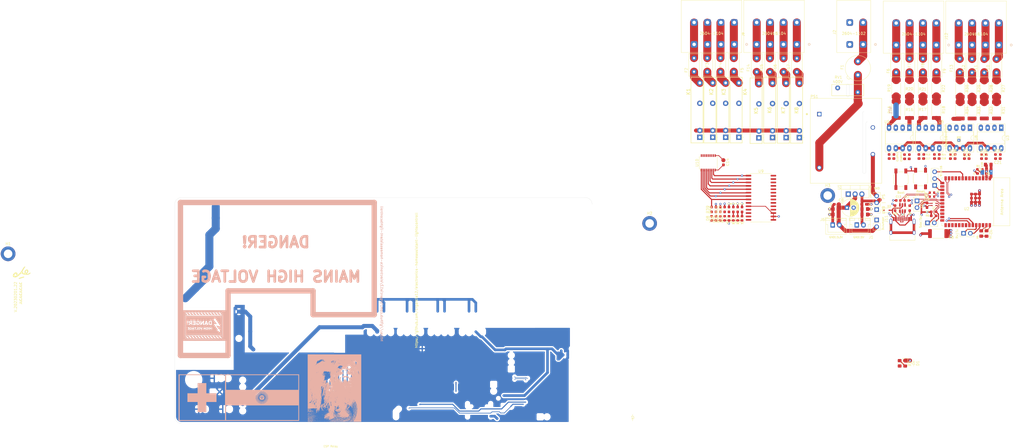
<source format=kicad_pcb>
(kicad_pcb (version 20221018) (generator pcbnew)
  (title_block (title "Home Assistant module for lights control") (date "2023-02-01") (rev "V.20230201.22"))
  (layers (0 "F.Cu" signal) (31 "B.Cu" signal) (34 "B.Paste" user) (35 "F.Paste" user) (36 "B.SilkS" user "B.Silkscreen") (37 "F.SilkS" user "F.Silkscreen") (38 "B.Mask" user) (39 "F.Mask" user) (44 "Edge.Cuts" user))
  (net 0 "")
  (net 1 "220VAC(L)")
  (net 2 "5V+")
  (net 3 "3.3V+")
  (net 4 "Net-(F1-Pad1)")
  (net 5 "Net-(F2-Pad1)")
  (net 6 "Net-(F3-Pad1)")
  (net 7 "Net-(F4-Pad1)")
  (net 8 "Net-(F5-Pad1)")
  (net 9 "Net-(F6-Pad2)")
  (net 10 "Net-(F7-Pad2)")
  (net 11 "Net-(F8-Pad2)")
  (net 12 "Net-(F9-Pad2)")
  (net 13 "Net-(J11-PadA6)")
  (net 14 "EspSens1")
  (net 15 "EspSens2")
  (net 16 "EspSens3")
  (net 17 "EspSens4")
  (net 18 "EspRel1")
  (net 19 "EspRel2")
  (net 20 "EspRel3")
  (net 21 "EspRel4")
  (net 24 "220VAC(N)")
  (net 25 "EN")
  (net 26 "D+")
  (net 27 "D-")
  (net 28 "IO0")
  (net 29 "RXD0")
  (net 30 "TXD0")
  (net 31 "VBUS")
  (net 32 "GND")
  (net 33 "Net-(D1-Pad2)")
  (net 34 "Net-(F2-Pad2)")
  (net 35 "Net-(F3-Pad2)")
  (net 36 "Net-(F4-Pad2)")
  (net 37 "Net-(F7-Pad1)")
  (net 38 "Net-(R17-Pad1)")
  (net 39 "Net-(R17-Pad2)")
  (net 40 "Net-(R18-Pad1)")
  (net 41 "Net-(R18-Pad2)")
  (net 42 "SDA")
  (net 43 "SCL")
  (net 44 "Net-(F8-Pad1)")
  (net 45 "Net-(F9-Pad1)")
  (net 46 "Net-(D2-Pad2)")
  (net 47 "220VAC(N)-LowV")
  (net 48 "GPIO3")
  (net 49 "5V+_PS")
  (net 50 "Net-(F5-Pad2)")
  (net 51 "Net-(F6-Pad1)")
  (net 52 "unconnected-(H3-Pad1)")
  (net 53 "Net-(C10-Pad1)")
  (net 66 "GPIO16")
  (net 69 "GPIO9")
  (net 70 "Net-(J11-PadA7)")
  (net 72 "Net-(D3-Pad2)")
  (net 73 "Net-(J11-PadA5)")
  (net 75 "Net-(J11-PadB5)")
  (net 76 "/ESP-D+")
  (net 77 "/ESP-D-")
  (net 78 "GPIO12")
  (net 79 "LED-GPIO")
  (net 81 "Net-(D4-Pad2)")
  (net 82 "Net-(R15-Pad2)")
  (net 83 "Net-(R15-Pad1)")
  (net 84 "Net-(R16-Pad2)")
  (net 85 "Net-(R16-Pad1)")
  (net 86 "Net-(K2-Pad1)")
  (net 87 "Net-(K3-Pad1)")
  (net 88 "Net-(K4-Pad1)")
  (net 89 "Net-(K1-Pad1)")
  (net 90 "Net-(D5-Pad2)")
  (net 91 "Net-(D6-Pad2)")
  (net 92 "Net-(D7-Pad2)")
  (net 93 "Net-(J11-PadS1)")
  (net 94 "GPIO13")
  (net 95 "Net-(C22-Pad1)")
  (net 96 "Net-(C23-Pad2)")
  (net 97 "Net-(C24-Pad1)")
  (net 98 "Net-(D8-Pad2)")
  (net 99 "Net-(D9-Pad2)")
  (net 100 "Net-(D10-Pad2)")
  (net 101 "Net-(D11-Pad2)")
  (net 102 "Net-(F10-Pad1)")
  (net 103 "Net-(F10-Pad2)")
  (net 104 "Net-(F11-Pad1)")
  (net 105 "Net-(F11-Pad2)")
  (net 106 "Net-(F12-Pad1)")
  (net 107 "Net-(F12-Pad2)")
  (net 108 "Net-(F13-Pad1)")
  (net 109 "Net-(F13-Pad2)")
  (net 110 "Net-(F14-Pad1)")
  (net 111 "Net-(F14-Pad2)")
  (net 112 "Net-(F15-Pad1)")
  (net 113 "Net-(F15-Pad2)")
  (net 114 "Net-(F16-Pad1)")
  (net 115 "Net-(F16-Pad2)")
  (net 116 "Net-(F17-Pad1)")
  (net 117 "Net-(F17-Pad2)")
  (net 118 "Net-(K5-Pad1)")
  (net 119 "Net-(K6-Pad1)")
  (net 120 "Net-(K7-Pad1)")
  (net 121 "Net-(K8-Pad1)")
  (net 122 "Net-(R23-Pad2)")
  (net 123 "Net-(R24-Pad2)")
  (net 124 "Net-(R25-Pad2)")
  (net 125 "Net-(R26-Pad2)")
  (net 126 "Net-(R27-Pad2)")
  (net 127 "Net-(R28-Pad2)")
  (net 128 "Net-(R29-Pad2)")
  (net 129 "Net-(R30-Pad2)")
  (net 130 "Net-(R31-Pad2)")
  (net 131 "Net-(R32-Pad2)")
  (net 132 "Net-(R33-Pad2)")
  (net 133 "Net-(R34-Pad2)")
  (net 134 "Net-(R39-Pad2)")
  (net 135 "Net-(R40-Pad2)")
  (net 136 "Net-(R41-Pad2)")
  (net 137 "Net-(R42-Pad2)")
  (net 143 "Net-(C15-Pad1)")
  (net 144 "Net-(C16-Pad2)")
  (net 145 "Net-(C17-Pad1)")
  (net 146 "Net-(C18-Pad1)")
  (net 147 "Net-(C21-Pad1)")
  (footprint "Connector_PinHeader_2.54mm:PinHeader_1x02_P2.54mm_Vertical" (layer "F.Cu") (at 293.0949 39.5502)
    (fp_text reference "J7" hide)
    (fp_text value "Current Jumper" hide)
  )
  (footprint "Resistor_SMD:R_2512_6332Metric_Pad1.40x3.35mm_HandSolder" (layer "F.Cu") (at 300.399 -9.6635 -90)
    (fp_text reference "R19")
    (fp_text value "150kΩ1w" hide)
  )
  (footprint "Resistor_SMD:R_2512_6332Metric_Pad1.40x3.35mm_HandSolder" (layer "F.Cu") (at 305.352 -9.6635 -90)
    (fp_text reference "R20")
    (fp_text value "150kΩ1w" hide)
  )
  (footprint "Varistor:RV_Disc_D12mm_W4.2mm_P7.5mm" (layer "F.Cu") (at 278.5372 -9.78205)
    (fp_text reference "RV1" hide)
    (fp_text value "400V")
  )
  (footprint "Resistor_SMD:R_2512_6332Metric_Pad1.40x3.35mm_HandSolder" (layer "F.Cu") (at 305.352 -1.6117 -90)
    (fp_text reference "R16")
    (fp_text value "150kΩ1w" hide)
  )
  (footprint "Resistor_SMD:R_2512_6332Metric_Pad1.40x3.35mm_HandSolder" (layer "F.Cu") (at 300.399 -1.6117 -90)
    (fp_text reference "R15")
    (fp_text value "150kΩ1w" hide)
  )
  (footprint "LED_SMD:LED_0805_2012Metric_Pad1.15x1.40mm_HandSolder" (layer "F.Cu") (at 303.7512 93.1074 -90)
    (fp_text reference "D1")
    (fp_text value "LED" hide)
  )
  (footprint "Resistor_SMD:R_0805_2012Metric_Pad1.20x1.40mm_HandSolder" (layer "F.Cu") (at 301.6684 93.1004 -90)
    (fp_text reference "R2")
    (fp_text value "100Ω" hide)
  )
  (footprint "Connector_JST:JST_XH_B2B-XH-A_1x02_P2.50mm_Vertical" (layer "F.Cu") (at 285.6654 41.4255)
    (fp_text reference "J1")
    (fp_text value "GND|5V")
  )
  (footprint "icons:che" (layer "F.Cu") (at -26.2755 59.2545)
    (fp_text reference "G1" hide)
    (fp_text value "LOGO" hide)
  )
  (footprint "icons:led_6000dpi" (layer "F.Cu") (at 306.7992 92.9894 90)
    (fp_text reference "G4" hide)
    (fp_text value "LOGO" hide)
  )
  (footprint "Capacitor_SMD:C_0603_1608Metric_Pad1.08x0.95mm_HandSolder" (layer "F.Cu") (at 278.1084 33.6955 180)
    (fp_text reference "C9")
    (fp_text value "100nF" hide)
  )
  (footprint "Capacitor_SMD:C_0805_2012Metric_Pad1.18x1.45mm_HandSolder" (layer "F.Cu") (at 288.6494 37.5055)
    (fp_text reference "C7")
    (fp_text value "NC")
  )
  (footprint "Capacitor_SMD:C_0603_1608Metric_Pad1.08x0.95mm_HandSolder" (layer "F.Cu") (at 235.8433 18.101 -90)
    (fp_text reference "C14")
    (fp_text value "100nF" hide)
  )
  (footprint "rac05-05sk:277" (layer "F.Cu") (at 281.6725 10.0115)
    (fp_text reference "PS1")
    (fp_text value "RAC05-05SK/277")
  )
  (footprint "Package_TO_SOT_THT:TO-220-3_Vertical" (layer "F.Cu") (at 282.4904 29.8855)
    (fp_text reference "U1")
    (fp_text value "LD1117AV33")
  )
  (footprint "wago-2604-1104:big_pads_2604-1104" (layer "F.Cu") (at 239.903 -26.035 180)
    (fp_text reference "J9")
    (fp_text value "2604-1104")
  )
  (footprint "wago-2604-1102:big_pads_2604-1102" (layer "F.Cu") (at 288.0365 -26.011401 180)
    (fp_text reference "J2")
    (fp_text value "2604-1102")
  )
  (footprint "wago-2604-1104:big_pads_2604-1104" (layer "F.Cu") (at 315.388 -25.796801 180)
    (fp_text reference "J12")
    (fp_text value "2604-1104")
  )
  (footprint "Fuse:Fuseholder_TR5_Littelfuse_No560_No460" (layer "F.Cu") (at 286.0829 -19.705 -90)
    (fp_text reference "F1")
    (fp_text value "250V500mA")
  )
  (footprint "MountingHole:MountingHole_3.2mm_M3_ISO14580_Pad" (layer "F.Cu") (at 208.28 40.8432)
    (fp_text reference "H2")
    (fp_text value "MountingHole_Pad" hide)
  )
  (footprint "MountingHole:MountingHole_3.2mm_M3_ISO14580_Pad" (layer "F.Cu") (at -31.369 52.197)
    (fp_text reference "H1")
    (fp_text value "MountingHole_Pad" hide)
  )
  (footprint "Package_DIP:DIP-8_W7.62mm_Socket_LongPads" (layer "F.Cu") (at 339.637178 5.111118 -90)
    (fp_text reference "U3")
    (fp_text value "LDA210-PDIP")
  )
  (footprint "Resistor_SMD:R_2512_6332Metric_Pad1.40x3.35mm_HandSolder" (layer "F.Cu") (at 315.4104 -1.6117 -90)
    (fp_text reference "R18")
    (fp_text value "150kΩ1w" hide)
  )
  (footprint "Resistor_SMD:R_2512_6332Metric_Pad1.40x3.35mm_HandSolder" (layer "F.Cu") (at 310.3812 -9.6635 -90)
    (fp_text reference "R21")
    (fp_text value "150kΩ1w" hide)
  )
  (footprint "Resistor_SMD:R_2512_6332Metric_Pad1.40x3.35mm_HandSolder" (layer "F.Cu") (at 315.4104 -9.6635 -90)
    (fp_text reference "R22")
    (fp_text value "150kΩ1w" hide)
  )
  (footprint "Package_DIP:DIP-8_W7.62mm_Socket_LongPads" (layer "F.Cu") (at 305.3293 5.1146 -90)
    (fp_text reference "U5")
    (fp_text value "LDA210-PDIP")
  )
  (footprint "Package_DIP:DIP-8_W7.62mm_Socket_LongPads" (layer "F.Cu") (at 316.5053 5.1146 -90)
    (fp_text reference "U6")
    (fp_text value "LDA210-PDIP" hide)
  )
  (footprint "Resistor_SMD:R_2512_6332Metric_Pad1.40x3.35mm_HandSolder" (layer "F.Cu") (at 310.3812 -1.6117 -90)
    (fp_text reference "R17")
    (fp_text value "150kΩ1w" hide)
  )
  (footprint "Resistor_SMD:R_0603_1608Metric_Pad0.98x0.95mm_HandSolder" (layer "F.Cu") (at 331.624902 20.662199)
    (fp_text reference "R1")
    (fp_text value "10kΩ" hide)
  )
  (footprint "Capacitor_SMD:C_0603_1608Metric_Pad1.08x0.95mm_HandSolder" (layer "F.Cu") (at 331.612402 22.186199 180)
    (fp_text reference "C1")
    (fp_text value "100nF" hide)
  )
  (footprint "Connector_JST:JST_XH_B2B-XH-A_1x02_P2.50mm_Vertical" (layer "F.Cu") (at 276.6684 41.4255)
    (fp_text reference "J6")
    (fp_text value "GND|3.3V")
  )
  (footprint "Button_Switch_SMD:SW_SPST_SKQG_WithStem" (layer "F.Cu") (at 309.494902 24.079699 -90)
    (fp_text reference "SW1" hide)
    (fp_text value "Switch" hide)
  )
  (footprint "Button_Switch_SMD:SW_SPST_SKQG_WithStem" (layer "F.Cu") (at 302.128902 24.333699 90)
    (fp_text reference "SW2" hide)
    (fp_text value "Switch" hide)
  )
  (footprint "Connector_PinHeader_2.54mm:PinHeader_1x02_P2.54mm_Vertical" (layer "F.Cu") (at 325.553402 44.534699 90)
    (fp_text reference "J10" hide)
    (fp_text value "Serial" hide)
  )
  (footprint "Capacitor_SMD:C_0603_1608Metric_Pad1.08x0.95mm_HandSolder" (layer "F.Cu") (at 334.967402 22.186199)
    (fp_text reference "C5")
    (fp_text value "100nF" hide)
  )
  (footprint "Capacitor_SMD:C_0603_1608Metric_Pad1.08x0.95mm_HandSolder" (layer "F.Cu") (at 311.903402 34.044699 -90)
    (fp_text reference "C19")
    (fp_text value "100nF" hide)
  )
  (footprint "Capacitor_SMD:C_0603_1608Metric" (layer "F.Cu") (at 301.183402 32.264699 180)
    (fp_text reference "C13")
    (fp_text value "20p" hide)
  )
  (footprint "Package_SO:SSOP-18_4.4x6.5mm_P0.65mm" (layer "F.Cu") (at 230.2045 18.2015 90)
    (fp_text reference "U10")
    (fp_text value "ULN2803A")
  )
  (footprint "Resistor_SMD:R_0603_1608Metric_Pad0.98x0.95mm_HandSolder" (layer "F.Cu") (at 233.0493 35.6278 90)
    (fp_text reference "R40")
    (fp_text value "100Ω")
  )
  (footprint "wago-2604-1104:big_pads_2604-1104" (layer "F.Cu") (at 338.745702 -25.796801 180)
    (fp_text reference "J14")
    (fp_text value "2604-1104")
  )
  (footprint "wago-2604-1104:big_pads_2604-1104" (layer "F.Cu") (at 263.271 -26.035 180)
    (fp_text reference "J15")
    (fp_text value "2604-1104")
  )
  (footprint "Resistor_SMD:R_0603_1608Metric_Pad0.98x0.95mm_HandSolder" (layer "F.Cu") (at 231.4237 35.6259 90)
    (fp_text reference "R39")
    (fp_text value "100Ω")
  )
  (footprint "Resistor_SMD:R_2512_6332Metric_Pad1.40x3.35mm_HandSolder" (layer "F.Cu") (at 328.724102 -1.413101 -90)
    (fp_text reference "R33")
    (fp_text value "150kΩ1w")
  )
  (footprint "Capacitor_SMD:C_0603_1608Metric_Pad1.08x0.95mm_HandSolder" (layer "F.Cu") (at 321.510502 16.636299)
    (fp_text reference "C24")
    (fp_text value "22uF")
  )
  (footprint "Resistor_SMD:R_2512_6332Metric_Pad1.40x3.35mm_HandSolder" (layer "F.Cu") (at 328.724102 -9.545101 -90)
    (fp_text reference "R29")
    (fp_text value "150kΩ1w")
  )
  (footprint "LED_SMD:LED_0603_1608Metric" (layer "F.Cu") (at 231.4237 38.928 90)
    (fp_text reference "D8")
    (fp_text value "LED")
  )
  (footprint "Capacitor_SMD:C_0603_1608Metric_Pad1.08x0.95mm_HandSolder" (layer "F.Cu") (at 333.142602 16.636299)
    (fp_text reference "C22")
    (fp_text value "22uF")
  )
  (footprint "RST-80-AMMO:FUSE_RST-1-BULK" (layer "F.Cu") (at 253.238 -18.288 90)
    (fp_text reference "F15")
    (fp_text value "Fuse")
  )
  (footprint "Resistor_SMD:R_0603_1608Metric_Pad0.98x0.95mm_HandSolder" (layer "F.Cu") (at 309.775126 15.08748)
    (fp_text reference "R13")
    (fp_text value "10kΩ" hide)
  )
  (footprint "AQG12205:AQG12205" (layer "F.Cu") (at 249.11 8.89 90)
    (fp_text reference "K5")
    (fp_text value "AQG12205" hide)
  )
  (footprint "Connector_PinHeader_2.54mm:PinHeader_1x03_P2.54mm_Vertical" (layer "F.Cu") (at 314.753402 26.644699 180)
    (fp_text reference "J5")
    (fp_text value "9|3|16")
  )
  (footprint "RST-80-AMMO:FUSE_RST-1-BULK" (layer "F.Cu") (at 305.352 -18.1491 90)
    (fp_text reference "F7")
    (fp_text value "Fuse")
  )
  (footprint "Resistor_SMD:R_0603_1608Metric_Pad0.98x0.95mm_HandSolder" (layer "F.Cu") (at 239.5517 35.6259 90)
    (fp_text reference "R25")
    (fp_text value "100Ω" hide)
  )
  (footprint "Resistor_SMD:R_0603_1608Metric_Pad0.98x0.95mm_HandSolder" (layer "F.Cu") (at 237.9261 35.6278 90)
    (fp_text reference "R26")
    (fp_text value "100Ω")
  )
  (footprint "Resistor_SMD:R_2512_6332Metric_Pad1.40x3.35mm_HandSolder" (layer "F.Cu") (at 324.279102 -1.419101 -90)
    (fp_text reference "R34")
    (fp_text value "150kΩ1w")
  )
  (footprint "Resistor_SMD:R_0603_1608Metric_Pad0.98x0.95mm_HandSolder" (layer "F.Cu") (at 298.648026 15.08748)
    (fp_text reference "R11")
    (fp_text value "10kΩ" hide)
  )
  (footprint "Resistor_SMD:R_0603_1608Metric" (layer "F.Cu") (at 313.753402 29.354699 180)
    (fp_text reference "R4")
    (fp_text value "22Ω" hide)
  )
  (footprint "Resistor_SMD:R_0603_1608Metric_Pad0.98x0.95mm_HandSolder" (layer "F.Cu") (at 338.374202 15.112299)
    (fp_text reference "R35")
    (fp_text value "10kΩ")
  )
  (footprint "Resistor_SMD:R_2512_6332Metric_Pad1.40x3.35mm_HandSolder" (layer "F.Cu") (at 324.279102 -9.549101 -90)
    (fp_text reference "R30")
    (fp_text value "150kΩ1w")
  )
  (footprint "Resistor_SMD:R_0603_1608Metric" (layer "F.Cu") (at 313.753402 30.829699 180)
    (fp_text reference "R3")
    (fp_text value "22Ω" hide)
  )
  (footprint "Espressif:ESP32-S3-WROOM-2" (layer "F.Cu") (at 327.103402 32.744699 -90)
    (fp_text reference "U2")
    (fp_text value "ESP32-S3-WROOM-2" hide)
  )
  (footprint "Resistor_SMD:R_2512_6332Metric_Pad1.40x3.35mm_HandSolder" (layer "F.Cu") (at 337.868102 -9.545101 -90)
    (fp_text reference "R27")
    (fp_text value "150kΩ1w")
  )
  (footprint "LED_SMD:LED_0603_1608Metric" (layer "F.Cu") (at 239.5517 38.9279 90)
    (fp_text reference "D6")
    (fp_text value "LED" hide)
  )
  (footprint "AQG12205:AQG12205" (layer "F.Cu") (at 254.19 8.763 90)
    (fp_text reference "K6")
    (fp_text value "AQG12205" hide)
  )
  (footprint "RST-80-AMMO:FUSE_RST-1-BULK" (layer "F.Cu") (at 315.4104 -18.1491 90)
    (fp_text reference "F9")
    (fp_text value "Fuse")
  )
  (footprint "Connector_PinHeader_2.54mm:PinHeader_1x02_P2.54mm_Vertical" (layer "F.Cu") (at 308.163402 32.419699)
    (fp_text reference "J4")
    (fp_text value "13|12")
  )
  (footprint "RST-80-AMMO:FUSE_RST-1-BULK" (layer "F.Cu") (at 333.284702 -18.053101 90)
    (fp_text reference "F11")
    (fp_text value "Fuse")
  )
  (footprint "Connector_PinHeader_2.54mm:PinHeader_1x02_P2.54mm_Vertical" (layer "F.Cu") (at 312.078402 40.644699 90)
    (fp_text reference "J3" hide)
    (fp_text value "I2C" hide)
  )
  (footprint "Resistor_SMD:R_0603_1608Metric_Pad0.98x0.95mm_HandSolder" (layer "F.Cu") (at 326.742902 15.112299)
    (fp_text reference "R37")
    (fp_text value "10kΩ")
  )
  (footprint "TestPoint:TestPoint_THTPad_1.0x1.0mm_Drill0.5mm" (layer "F.Cu") (at 323.796502 9.778299)
    (fp_text reference "TP1" hide)
    (fp_text value "GND")
  )
  (footprint "LED_SMD:LED_0805_2012Metric_Pad1.15x1.40mm_HandSolder" (layer "F.Cu") (at 334.143402 44.604699 -90)
    (fp_text reference "D2")
    (fp_text value "LED")
  )
  (footprint "Diode_SMD:D_SOD-323" (layer "F.Cu") (at 296.803402 35.944699)
    (fp_text reference "D3")
    (fp_text value "BAT60A" hide)
  )
  (footprint "RST-80-AMMO:FUSE_RST-1-BULK" (layer "F.Cu") (at 328.712702 -18.053101 90)
    (fp_text reference "F12")
    (fp_text value "Fuse")
  )
  (footprint "RST-80-AMMO:FUSE_RST-1-BULK" (layer "F.Cu") (at 239.7435 -18.3745 90)
    (fp_text reference "F5")
    (fp_text value "Fuse")
  )
  (footprint "Package_DIP:DIP-8_W7.62mm_Socket_LongPads" (layer "F.Cu") (at 327.953178 5.111118 -90)
    (fp_text reference "U8")
    (fp_text value "LDA210-PDIP")
  )
  (footprint "Resistor_SMD:R_2512_6332Metric_Pad1.40x3.35mm_HandSolder" (layer "F.Cu") (at 333.296102 -9.545101 -90)
    (fp_text reference "R28")
    (fp_text value "150kΩ1w")
  )
  (footprint "Capacitor_SMD:C_0603_1608Metric_Pad1.08x0.95mm_HandSolder" (layer "F.Cu") (at 338.374202 16.636299 180)
    (fp_text reference "C21")
    (fp_text value "22uF")
  )
  (footprint "Capacitor_SMD:C_0805_2012Metric_Pad1.18x1.45mm_HandSolder" (layer "F.Cu") (at 277.8544 35.4735 180)
    (fp_text reference "C10")
    (fp_text value "NC")
  )
  (footprint "RST-80-AMMO:FUSE_RST-1-BULK" (layer "F.Cu") (at 248.285 -18.288 90)
    (fp_text reference "F14")
    (fp_text value "Fuse")
  )
  (footprint "Connector_USB:USB_C_Receptacle_HRO_TYPE-C-31-M-12" (layer "F.Cu") (at 302.729402 43.250599)
    (fp_text reference "J11")
    (fp_text value "USB_C_Receptacle_USB2.0")
  )
  (footprint "Resistor_SMD:R_0603_1608Metric_Pad0.98x0.95mm_HandSolder" (layer "F.Cu") (at 315.566326 15.08748)
    (fp_text reference "R14")
    (fp_text value "10kΩ" hide)
  )
  (footprint "Resistor_SMD:R_0603_1608Metric_Pad0.98x0.95mm_HandSolder" (layer "F.Cu") (at 234.6749 35.6278 90)
    (fp_text reference "R41")
    (fp_text value "100Ω")
  )
  (footprint "Connector_PinHeader_2.54mm:PinHeader_1x03_P2.54mm_Vertical" (layer "F.Cu") (at 293.0949 35.6767 180)
    (fp_text reference "SW3")
    (fp_text value "USB | PS")
  )
  (footprint "Capacitor_SMD:C_0603_1608Metric_Pad1.08x0.95mm_HandSolder" (layer "F.Cu") (at 309.772126 16.61148)
    (fp_text reference "C17")
    (fp_text value "22uF")
  )
  (footprint "LED_SMD:LED_0603_1608Metric" (layer "F.Cu") (at 242.8029 38.9279 90)
    (fp_text reference "D4")
    (fp_text value "LED" hide)
  )
  (footprint "Package_SO:SOIC-28W_7.5x17.9mm_P1.27mm" (layer "F.Cu") (at 249.8641 31.2571)
    (fp_text reference "U9")
    (fp_text value "MCP23017_SO")
  )
  (footprint "Capacitor_SMD:C_0603_1608Metric_Pad1.08x0.95mm_HandSolder" (layer "F.Cu") (at 304.389526 16.71308)
    (fp_text reference "C16")
    (fp_text value "22uF")
  )
  (footprint "Capacitor_SMD:C_0603_1608Metric_Pad1.08x0.95mm_HandSolder" (layer "F.Cu") (at 288.3954 33.6955)
    (fp_text reference "C4")
    (fp_text value "100nF" hide)
  )
  (footprint "RST-80-AMMO:FUSE_RST-1-BULK" (layer "F.Cu") (at 337.856702 -18.053101 90)
    (fp_text reference "F10")
    (fp_text value "Fuse")
  )
  (footprint "RST-80-AMMO:FUSE_RST-1-BULK" (layer "F.Cu") (at 310.3812 -18.1491 90)
    (fp_text reference "F8")
    (fp_text value "Fuse")
  )
  (footprint "Resistor_SMD:R_0603_1608Metric_Pad0.98x0.95mm_HandSolder" (layer "F.Cu") (at 321.510502 15.112299)
    (fp_text reference "R38")
    (fp_text value "10kΩ")
  )
  (footprint "LED_SMD:LED_0603_1608Metric" (layer "F.Cu") (at 233.0493 38.9279 90)
    (fp_text reference "D9")
    (fp_text value "LED")
  )
  (footprint "icons:led_6000dpi" (layer "F.Cu") (at 335.733402 44.074699 90)
    (fp_text reference "G2" hide)
    (fp_text value "LOGO" hide)
  )
  (footprint "RST-80-AMMO:FUSE_RST-1-BULK" (layer "F.Cu") (at 258.318 -18.288 90)
    (fp_text reference "F16")
    (fp_text value "Fuse")
  )
  (footprint "Resistor_SMD:R_0603_1608Metric_Pad0.98x0.95mm_HandSolder" (layer "F.Cu") (at 242.8029 35.6259 90)
    (fp_text reference "R23")
    (fp_text value "100Ω" hide)
  )
  (footprint "Capacitor_SMD:C_0603_1608Metric_Pad1.08x0.95mm_HandSolder" (layer "F.Cu") (at 326.742902 16.636299)
    (fp_text reference "C23")
    (fp_text value "22uF")
  )
  (footprint "Capacitor_SMD:C_0603_1608Metric_Pad1.08x0.95mm_HandSolder" (layer "F.Cu") (at 315.563326 16.61148 180)
    (fp_text reference "C18")
    (fp_text value "22uF")
  )
  (footprint "Resistor_SMD:R_0603_1608Metric_Pad0.98x0.95mm_HandSolder" (layer "F.Cu") (at 305.433402 35.134699 90)
    (fp_text reference "R9")
    (fp_text value "5.1kΩ")
  )
  (footprint "Resistor_SMD:R_0603_1608Metric_Pad0.98x0.95mm_HandSolder" (layer "F.Cu") (at 241.1773 35.6259 90)
    (fp_text reference "R24")
    (fp_text value "100Ω" hide)
  )
  (footprint "AQG12205:AQG12205" (layer "F.Cu") (at 227.0295 8.6765 90)
    (fp_text reference "K1")
    (fp_text value "AQG12205" hide)
  )
  (footprint "AQG12205:AQG12205" (layer "F.Cu") (at 231.8555 8.6765 90)
    (fp_text reference "K2")
    (fp_text value "AQG12205" hide)
  )
  (footprint "RST-80-AMMO:FUSE_RST-1-BULK" (layer "F.Cu") (at 229.8235 -18.3745 90)
    (fp_text reference "F3")
    (fp_text value "Fuse")
  )
  (footprint "AQG12205:AQG12205" (layer "F.Cu") (at 241.6345 8.6765 90)
    (fp_text reference "K4")
    (fp_text value "AQG12205" hide)
  )
  (footprint "AQG12205:AQG12205" (layer "F.Cu") (at 259.27 8.763 90)
    (fp_text reference "K7")
    (fp_text value "AQG12205" hide)
  )
  (footprint "AQG12205:AQG12205" (layer "F.Cu") (at 264.223 8.763 90)
    (fp_text reference "K8")
    (fp_text value "AQG12205" hide)
  )
  (footprint "Resistor_SMD:R_2512_6332Metric_Pad1.40x3.35mm_HandSolder" (layer "F.Cu") (at 316.053402 44.644699)
    (fp_text reference "R8")
    (fp_text value "150kΩ1w" hide)
  )
  (footprint "sht40:XDCR_SHT40-AD1B-R2" (layer "F.Cu") (at 314.513402 33.738299 180)
    (fp_text reference "U7")
    (fp_text value "SHT4x" hide)
  )
  (footprint "LED_SMD:LED_0603_1608Metric" (layer "F.Cu") (at 236.3005 38.9279 90)
    (fp_text reference "D11")
    (fp_text value "LED")
  )
  (footprint "Package_TO_SOT_SMD:SOT-23-6" (layer "F.Cu") (at 302.733402 35.104699 90)
    (fp_text reference "U4")
    (fp_text value "USBLC6-2SC6" hide)
  )
  (footprint "AQG12205:AQG12205" (layer "F.Cu") (at 236.6815 8.6765 90)
    (fp_text reference "K3")
    (fp_text value "AQG12205" hide)
  )
  (footprint "Capacitor_SMD:C_0603_1608Metric" (layer "F.Cu") (at 304.273402 32.264699)
    (fp_text reference "C12")
    (fp_text value "20p" hide)
  )
  (footprint "Resistor_SMD:R_0603_1608Metric_Pad0.98x0.95mm_HandSolder" (layer "F.Cu") (at 314.395002 36.487299)
    (fp_text reference "R7")
    (fp_text value "10kΩ" hide)
  )
  (footprint "Capacitor_SMD:C_0805_2012Metric_Pad1.18x1.45mm_HandSolder" (layer "F.Cu") (at 277.8544 37.5055 180)
    (fp_text reference "C11")
    (fp_text value "NC")
  )
  (footprint "LED_SMD:LED_0603_1608Metric" (layer "F.Cu") (at 234.6749 38.9279 90)
    (fp_text reference "D10")
    (fp_text value "LED")
  )
  (footprint "Resistor_SMD:R_2512_6332Metric_Pad1.40x3.35mm_HandSolder" (layer "F.Cu") (at 333.296102 -1.417101 -90)
    (fp_text reference "R32")
    (fp_text value "150kΩ1w")
  )
  (footprint "Capacitor_THT:CP_Radial_D6.3mm_P2.50mm" (layer "F.Cu") (at 281.9824 34.9655)
    (fp_text reference "C8")
    (fp_text value "10uF" hide)
  )
  (footprint "RST-80-AMMO:FUSE_RST-1-BULK" (layer "F.Cu") (at 324.140702 -18.136301 90)
    (fp_text reference "F13")
    (fp_text value "Fuse")
  )
  (footprint "RST-80-AMMO:FUSE_RST-1-BULK" (layer "F.Cu") (at 300.3736 -18.1491 90)
    (fp_text reference "F6")
    (fp_text value "Fuse")
  )
  (footprint "LED_SMD:LED_0603_1608Metric" (layer "F.Cu") (at 237.9261 38.9279 90)
    (fp_text reference "D7")
    (fp_text value "LED")
  )
  (footprint "Resistor_SMD:R_2512_6332Metric_Pad1.40x3.35mm_HandSolder" (layer "F.Cu") (at 337.868102 -1.417101 -90)
    (fp_text reference "R31")
    (fp_text value "150kΩ1w")
  )
  (footprint "Capacitor_SMD:C_0603_1608Metric_Pad1.08x0.95mm_HandSolder" (layer "F.Cu") (at 334.986502 20.662199)
    (fp_text reference "C3")
    (fp_text value "22uF" hide)
  )
  (footprint "Capacitor_SMD:C_0805_2012Metric_Pad1.18x1.45mm_HandSolder" (layer "F.Cu") (at 288.6494 35.4735)
    (fp_text reference "C6")
    (fp_text value "NC")
  )
  (footprint "RST-80-AMMO:FUSE_RST-1-BULK" (layer "F.Cu") (at 263.271 -18.288 90)
    (fp_text reference "F17")
    (fp_text value "Fuse")
  )
  (footprint "Resistor_SMD:R_0603_1608Metric_Pad0.98x0.95mm_HandSolder" (layer "F.Cu") (at 236.3005 35.6278 90)
    (fp_text reference "R42")
    (fp_text value "100Ω")
  )
  (footprint "icons:led_6000dpi" (layer "F.Cu") (at 202.057 113.411 -90)
    (fp_text reference "G2" hide)
    (fp_text value "LOGO" hide)
  )
  (footprint "Resistor_SMD:R_0603_1608Metric_Pad0.98x0.95mm_HandSolder" (layer "F.Cu") (at 304.388426 15.13828)
    (fp_text reference "R12")
    (fp_text value "10kΩ" hide)
  )
  (footprint "Resistor_SMD:R_0603_1608Metric_Pad0.98x0.95mm_HandSolder" (layer "F.Cu") (at 314.395002 38.011299)
    (fp_text reference "R6")
    (fp_text value "10kΩ" hide)
  )
  (footprint "RST-80-AMMO:FUSE_RST-1-BULK" (layer "F.Cu") (at 224.8705 -18.3745 90)
    (fp_text reference "F2")
    (fp_text value "Fuse")
  )
  (footprint "Resistor_SMD:R_0805_2012Metric_Pad1.20x1.40mm_HandSolder" (layer "F.Cu") (at 332.143402 44.604699 90)
    (fp_text reference "R5")
    (fp_text value "100Ω")
  )
  (footprint "Resistor_SMD:R_0603_1608Metric_Pad0.98x0.95mm_HandSolder" (layer "F.Cu") (at 299.963402 35.114699 90)
    (fp_text reference "R10")
    (fp_text value "5.1kΩ" hide)
  )
  (footprint "MountingHole:MountingHole_3.2mm_M3_ISO14580_Pad" (layer "F.Cu") (at 274.8069 30.419)
    (fp_text reference "H3")
    (fp_text value "MountingHole_Pad")
  )
  (footprint "Capacitor_SMD:C_0603_1608Metric_Pad1.08x0.95mm_HandSolder" (layer "F.Cu") (at 298.646926 16.61148)
    (fp_text reference "C15")
    (fp_text value "22uF")
  )
  (footprint "RST-80-AMMO:FUSE_RST-1-BULK" (layer "F.Cu") (at 234.7435 -18.3745 90)
    (fp_text reference "F4")
    (fp_text value "Fuse")
  )
  (footprint "Capacitor_SMD:C_0805_2012Metric_Pad1.18x1.45mm_HandSolder" (layer "F.Cu") (at 334.783802 18.894699)
    (fp_text reference "C20")
    (fp_text value "NC" hide)
  )
  (footprint "LED_SMD:LED_0603_1608Metric" (layer "F.Cu") (at 241.1773 38.9279 90)
    (fp_text reference "D5")
    (fp_text value "LED" hide)
  )
  (footprint "Resistor_SMD:R_0603_1608Metric_Pad0.98x0.95mm_HandSolder" (layer "F.Cu") (at 333.141802 15.112299)
    (fp_text reference "R36")
    (fp_text value "10kΩ")
  )
  (footprint "icons:danger1_negative" (layer "B.Cu") (at 41.72 78.994 180)
    (fp_text reference "G3" hide)
    (fp_text value "LOGO" hide)
  )
  (footprint "Capacitor_SMD:C_1206_3216Metric_Pad1.33x1.80mm_HandSolder" (layer "B.Cu") (at 334.140902 21.734699)
    (fp_text reference "C2")
    (fp_text value "NC")
  )
  (footprint "icons:flags" (layer "B.Cu") (at 54.8264 105.918 180)
    (fp_text reference "G6")
    (fp_text value "LOGO" hide)
  )
  (footprint "icons:depsi" (layer "B.Cu") (at 90.55 102.334164 180)
    (fp_text reference "G5")
    (fp_text value "LOGO" hide)
  )
  (footprint "NetTie:NetTie-2_SMD_Pad2.0mm" (layer "B.Cu") (at 300.326902 -1.346901 -90)
    (fp_text reference "NT1")
    (fp_text value "NetTie_2")
  )
  (gr_line (start 105.41 74.93) (end 82.55 74.93) (stroke (width 2)) (layer "B.SilkS"))
  (gr_line (start 33.02 90.17) (end 33.02 33.02) (stroke (width 2)) (layer "B.SilkS"))
  (gr_line (start 105.41 33.02) (end 105.41 74.93) (stroke (width 2)) (layer "B.SilkS"))
  (gr_line (start 50.8 66.04) (end 50.8 90.17) (stroke (width 2)) (layer "B.SilkS"))
  (gr_line (start 82.55 74.93) (end 82.55 66.04) (stroke (width 2)) (layer "B.SilkS"))
  (gr_line (start 50.8 90.17) (end 33.02 90.17) (stroke (width 2)) (layer "B.SilkS"))
  (gr_line (start 82.55 66.04) (end 50.8 66.04) (stroke (width 2)) (layer "B.SilkS"))
  (gr_line (start 33.02 33.02) (end 105.41 33.02) (stroke (width 2)) (layer "B.SilkS"))
  (gr_line (start 184.2516 31.1785) (end 33.4015 31.1785) (stroke (width 0.05)) (layer "Edge.Cuts"))
  (gr_line (start 30.8615 112.9665) (end 30.8615 33.7185) (stroke (width 0.05)) (layer "Edge.Cuts"))
  (gr_arc (start 33.4015 115.5085) (mid 31.605327 114.763259) (end 30.8615 112.9665) (stroke (width 0.05)) (layer "Edge.Cuts"))
  (gr_arc (start 287.8244 -0.4167) (mid 287.988069 -0.811831) (end 288.3832 -0.9755) (stroke (width 0.05)) (layer "Edge.Cuts"))
  (gr_arc (start 289.0944 3.3933) (mid 289.258039 2.998139) (end 289.6532 2.8345) (stroke (width 0.05)) (layer "Edge.Cuts"))
  (gr_line (start 287.8244 -0.4167) (end 287.8244 21.5543) (stroke (width 0.05)) (layer "Edge.Cuts"))
  (gr_arc (start 282.8265 -7.00975) (mid 282.32825 -6.5115) (end 281.83 -7.00975) (stroke (width 0.05)) (layer "Edge.Cuts"))
  (gr_arc (start 30.8615 33.7185) (mid 31.605449 31.922449) (end 33.4015 31.1785) (stroke (width 0.05)) (layer "Edge.Cuts"))
  (gr_line (start 281.83 -10.68925) (end 281.83 -7.00975) (stroke (width 0.05)) (layer "Edge.Cuts"))
  (gr_arc (start 289.0944 21.5543) (mid 288.4594 22.173878) (end 287.8244 21.5543) (stroke (width 0.05)) (layer "Edge.Cuts"))
  (gr_arc (start 281.83 -10.68925) (mid 282.32825 -11.1875) (end 282.8265 -10.68925) (stroke (width 0.05)) (layer "Edge.Cuts"))
  (gr_arc (start 184.2516 31.1785) (mid 186.047651 31.922449) (end 186.7916 33.7185) (stroke (width 0.05)) (layer "Edge.Cuts"))
  (gr_line (start 282.8265 -7.00975) (end 282.8265 -10.68925) (stroke (width 0.05)) (layer "Edge.Cuts"))
  (gr_line (start 289.0944 21.5543) (end 289.0944 3.3933) (stroke (width 0.05)) (layer "Edge.Cuts"))
  (gr_text "DANGER!\n\nMAINS HIGH VOLTAGE" (at 68.63 54.3) (layer "B.SilkS") (effects (font (size 4 4) (thickness 1)) (justify mirror)))
  (gr_text "https://github.com/crgarcia12/electronics-homeassistant-lightscontroll" (at 108.22 59.65 -90) (layer "B.SilkS") (effects (font (size 0.9 0.9)) (justify mirror)))
  (gr_text "V.20230201.22" (at -28.575 68.326 90) (layer "F.SilkS") (effects (font (size 1 1))))
  (gr_text "ESP Relay" (at 89.154 124.1044) (layer "F.SilkS") (effects (font (size 0.7 0.7) (thickness 0.125))))
  (gr_text "JLCJLCJLCJLC" (at -26.635 66.946 90) (layer "F.SilkS") (effects (font (size 0.8 0.8) (thickness 0.2))))
  (gr_text "https://github.com/crgarcia12/electronics-homeassistant-lightscontroll" (at 121.158 62.103 90) (layer "F.SilkS") (effects (font (size 0.9 0.9))))
  (segment (start 271.6725 20.0115) (end 271.6725 10.7822) (width 3) (layer "F.Cu") (net 1))
  (segment (start 286.0372 -3.5825) (end 286.0372 -5.4297) (width 3) (layer "F.Cu") (net 1))
  (segment (start 286.3917 -3.937) (end 286.0372 -3.5825) (width 3) (layer "F.Cu") (net 1))
  (segment (start 286.0372 -5.4297) (end 286.0729 -5.4654) (width 3) (layer "F.Cu") (net 1))
  (segment (start 286.0729 -5.4654) (end 286.0729 -14.625) (width 3) (layer "F.Cu") (net 1))
  (segment (start 271.6725 10.7822) (end 286.0372 -3.5825) (width 3) (layer "F.Cu") (net 1))
  (segment (start 286.0372 -3.5825) (end 286.4782 -4.0235) (width 1.5) (layer "F.Cu") (net 1))
  (segment (start 293.0949 33.1367) (end 294.178303 32.053297) (width 1.5) (layer "F.Cu") (net 2))
  (segment (start 225.615287 6.1365) (end 227.0295 6.1365) (width 1.5) (layer "F.Cu") (net 2))
  (segment (start 287.6119 35.4735) (end 287.6119 40.872) (width 1) (layer "F.Cu") (net 2))
  (segment (start 287.6119 32.447) (end 292.4052 32.447) (width 1) (layer "F.Cu") (net 2))
  (segment (start 287.6119 35.4735) (end 287.6119 32.447) (width 1) (layer "F.Cu") (net 2))
  (segment (start 292.4052 32.447) (end 293.0949 33.1367) (width 1) (layer "F.Cu") (net 2))
  (segment (start 287.6119 40.872) (end 288.1654 41.4255) (width 1) (layer "F.Cu") (net 2))
  (segment (start 235.8433 17.2385) (end 235.8175 17.2127) (width 1.5) (layer "F.Cu") (net 2))
  (segment (start 227.0295 6.1365) (end 264.1365 6.1365) (width 1.5) (layer "F.Cu") (net 2))
  (segment (start 235.8433 17.2363) (end 235.8433 17.2385) (width 0.25) (layer "F.Cu") (net 2))
  (segment (start 232.8045 15.5015) (end 234.1085 15.5015) (width 0.25) (layer "F.Cu") (net 2))
  (segment (start 234.1085 15.5015) (end 235.8433 17.2363) (width 0.25) (layer "F.Cu") (net 2))
  (segment (start 287.6119 29.927) (end 287.5704 29.8855) (width 1) (layer "F.Cu") (net 2))
  (segment (start 287.6119 32.447) (end 287.6119 29.927) (width 1) (layer "F.Cu") (net 2))
  (segment (start 264.1365 6.1365) (end 264.223 6.223) (width 1.5) (layer "F.Cu") (net 2))
  (segment (start 334.115402 19.121699) (end 334.115402 21.192699) (width 1) (layer "F.Cu") (net 3))
  (segment (start 311.953402 36.600699) (end 313.369102 36.600699) (width 0.6) (layer "F.Cu") (net 3))
  (segment (start 325.413178 12.731118) (end 327.313178 10.831118) (width 1) (layer "F.Cu") (net 3))
  (segment (start 309.921402 37.616699) (end 309.793005 37.488302) (width 0.6) (layer "F.Cu") (net 3))
  (segment (start 320.834759 10.692699) (end 322.873178 12.731118) (width 1) (layer "F.Cu") (net 3))
  (segment (start 322.873178 12.731118) (end 325.413178 12.731118) (width 1) (layer "F.Cu") (net 3))
  (segment (start 304.644902 10.641899) (end 309.313919 10.641899) (width 1) (layer "F.Cu") (net 3))
  (segment (start 312.174902 33.333899) (end 311.909902 33.068899) (width 0.25) (layer "F.Cu") (net 3))
  (segment (start 313.482502 36.487299) (end 313.482502 37.073799) (width 0.6) (layer "F.Cu") (net 3))
  (segment (start 311.4253 12.7346) (end 313.9653 12.7346) (width 1) (layer "F.Cu") (net 3))
  (segment (start 334.115402 21.192699) (end 334.115402 23.972699) (width 1) (layer "F.Cu") (net 3))
  (segment (start 309.793005 33.932302) (end 310.656409 33.068899) (width 0.6) (layer "F.Cu") (net 3))
  (segment (start 313.449902 33.333899) (end 312.174902 33.333899) (width 0.25) (layer "F.Cu") (net 3))
  (segment (start 327.313178 10.831118) (end 332.657178 10.831118) (width 1) (layer "F.Cu") (net 3))
  (segment (start 315.008102 10.692699) (end 320.834759 10.692699) (width 1) (layer "F.Cu") (net 3))
  (segment (start 313.9653 11.735501) (end 315.008102 10.692699) (width 1) (layer "F.Cu") (net 3))
  (segment (start 309.313919 10.641899) (end 311.40662 12.7346) (width 1) (layer "F.Cu") (net 3))
  (segment (start 313.369102 36.600699) (end 313.482502 36.487299) (width 0.6) (layer "F.Cu") (net 3))
  (segment (start 302.7893 12.7346) (end 302.7893 12.497501) (width 1) (layer "F.Cu") (net 3))
  (segment (start 311.953402 36.600699) (end 309.921402 36.600699) (width 0.6) (layer "F.Cu") (net 3))
  (segment (start 302.7893 12.497501) (end 304.644902 10.641899) (width 1) (layer "F.Cu") (net 3))
  (segment (start 309.793005 37.488302) (end 309.793005 33.932302) (width 0.6) (layer "F.Cu") (net 3))
  (segment (start 334.115402 23.972699) (end 334.093402 23.994699) (width 1) (layer "F.Cu") (net 3))
  (segment (start 332.657178 10.831118) (end 334.557178 12.731118) (width 1) (layer "F.Cu") (net 3))
  (segment (start 311.40662 12.7346) (end 311.4253 12.7346) (width 1) (layer "F.Cu") (net 3))
  (segment (start 313.9653 12.7346) (end 313.9653 11.735501) (width 1) (layer "F.Cu") (net 3))
  (segment (start 334.557178 12.731118) (end 337.097178 12.731118) (width 1) (layer "F.Cu") (net 3))
  (segment (start 311.909902 33.068899) (end 310.656409 33.068899) (width 0.6) (layer "F.Cu") (net 3))
  (segment (start 300.2493 12.7346) (end 302.7893 12.7346) (width 1) (layer "F.Cu") (net 3))
  (segment (start 313.482502 37.073799) (end 313.482502 38.011299) (width 0.6) (layer "F.Cu") (net 3))
  (via (at 309.921402 37.616699) (size 0.8) (drill 0.4) (layers "F.Cu" "B.Cu") (net 3))
  (via (at 334.113402 21.414699) (size 0.8) (drill 0.4) (layers "F.Cu" "B.Cu") (net 3))
  (via (at 311.953402 36.600699) (size 0.8) (drill 0.4) (layers "F.Cu" "B.Cu") (net 3))
  (segment (start 174.7467 89.97) (end 174.4267 90.29) (width 1) (layer "B.Cu") (net 3))
  (segment (start 175.2647 88.392) (end 175.2647 89.273) (width 1) (layer "B.Cu") (net 3))
  (segment (start 174.4267 90.29) (end 171.8175 87.6808) (width 1) (layer "B.Cu") (net 3))
  (segment (start 161.544 105.156) (end 153.8017 105.156) (width 1) (layer "B.Cu") (net 3))
  (segment (start 174.0367 91.525) (end 174.4067 91.525) (width 1) (layer "B.Cu") (net 3))
  (segment (start 174.0367 91.525) (end 174.0367 89.205) (width 1) (layer "B.Cu") (net 3))
  (segment (start 175.9617 89.97) (end 174.7467 89.97) (width 1) (layer "B.Cu") (net 3))
  (segment (start 171.8175 87.6808) (end 170.1292 87.6808) (width 1) (layer "B.Cu") (net 3))
  (segment (start 170.1292 87.6808) (end 170.1292 96.5708) (width 1) (layer "B.Cu") (net 3))
  (segment (start 175.2647 89.273) (end 175.9617 89.97) (width 1) (layer "B.Cu") (net 3))
  (segment (start 143.348676 81.286419) (end 145.248676 83.186419) (width 1) (layer "B.Cu") (net 3))
  (segment (start 106.500798 80.955027) (end 104.685672 79.139901) (width 1.5) (layer "B.Cu") (net 3))
  (segment (start 174.4267 90.29) (end 174.4267 91.135) (width 1) (layer "B.Cu") (net 3))
  (segment (start 106.500798 81.289901) (end 106.500798 80.955027) (width 1.5) (layer "B.Cu") (net 3))
  (segment (start 100.9925 79.6335) (end 84.9717 79.6335) (width 1.5) (layer "B.Cu") (net 3))
  (segment (start 174.4267 91.135) (end 174.0367 91.525) (width 1) (layer "B.Cu") (net 3))
  (segment (start 154.6352 87.6808) (end 154.2288 88.0872) (width 1) (layer "B.Cu") (net 3))
  (segment (start 170.1292 87.6808) (end 154.6352 87.6808) (width 1) (layer "B.Cu") (net 3))
  (segment (start 84.9717 79.6335) (end 56.2615 108.3437) (width 1.5) (layer "B.Cu") (net 3))
  (segment (start 104.685672 79.139901) (end 101.486099 79.139901) (width 1.5) (layer "B.Cu") (net 3))
  (segment (start 101.486099 79.139901) (end 100.9925 79.6335) (width 1.5) (layer "B.Cu") (net 3))
  (segment (start 145.670419 83.186419) (end 150.5712 88.0872) (width 1) (layer "B.Cu") (net 3))
  (segment (start 174.4267 90.29) (end 174.4267 89.23) (width 1) (layer "B.Cu") (net 3))
  (segment (start 154.2288 88.0872) (end 150.5712 88.0872) (width 1) (layer "B.Cu") (net 3))
  (segment (start 145.248676 83.186419) (end 145.670419 83.186419) (width 1) (layer "B.Cu") (net 3))
  (segment (start 174.4067 91.525) (end 175.9617 89.97) (width 1) (layer "B.Cu") (net 3))
  (segment (start 170.1292 96.5708) (end 161.544 105.156) (width 1) (layer "B.Cu") (net 3))
  (segment (start 288.0365 -21.6586) (end 286.0829 -19.705) (width 3) (layer "F.Cu") (net 4))
  (segment (start 288.0365 -26.011401) (end 288.0365 -21.6586) (width 3) (layer "F.Cu") (net 4))
  (segment (start 288.0365 -34.2114) (end 288.0365 -26.011401) (width 3) (layer "F.Cu") (net 4))
  (segment (start 224.8705 -13.8025) (end 227.0295 -11.6435) (width 3) (layer "F.Cu") (net 5))
  (segment (start 224.8705 -15.8345) (end 224.8705 -13.8025) (width 3) (layer "F.Cu") (net 5))
  (segment (start 229.8235 -13.6755) (end 231.8555 -11.6435) (width 3) (layer "F.Cu") (net 6))
  (segment (start 229.8235 -15.8345) (end 229.8235 -13.6755) (width 3) (layer "F.Cu") (net 6))
  (segment (start 234.7435 -13.5815) (end 236.6815 -11.6435) (width 3) (layer "F.Cu") (net 7))
  (segment (start 234.7435 -15.8345) (end 234.7435 -13.5815) (width 3) (layer "F.Cu") (net 7))
  (segment (start 239.7435 -15.8345) (end 239.7435 -13.5345) (width 3) (layer "F.Cu") (net 8))
  (segment (start 239.7435 -13.5345) (end 241.6345 -11.6435) (width 3) (layer "F.Cu") (net 8))
  (segment (start 300.388 -25.786101) (end 300.388 -20.7035) (width 3) (layer "F.Cu") (net 9))
  (segment (start 300.388 -33.9861) (end 300.388 -25.786101) (width 3) (layer "F.Cu") (net 9))
  (segment (start 300.388 -20.7035) (end 300.3736 -20.6891) (width 3) (layer "F.Cu") (net 9))
  (segment (start 305.388 -25.786101) (end 305.388 -20.7251) (width 3) (layer "F.Cu") (net 10))
  (segment (start 305.388 -20.7251) (end 305.352 -20.6891) (width 3) (layer "F.Cu") (net 10))
  (segment (start 305.388 -33.9861) (end 305.388 -25.786101) (width 3) (layer "F.Cu") (net 10))
  (segment (start 310.388 -20.6959) (end 310.3812 -20.6891) (width 3) (layer "F.Cu") (net 11))
  (segment (start 310.388 -33.9861) (end 310.388 -25.786101) (width 3) (layer "F.Cu") (net 11))
  (segment (start 310.388 -25.786101) (end 310.388 -20.6959) (width 3) (layer "F.Cu") (net 11))
  (segment (start 315.388 -20.7115) (end 315.4104 -20.6891) (width 3) (layer "F.Cu") (net 12))
  (segment (start 315.388 -33.9861) (end 315.388 -20.7115) (width 3) (layer "F.Cu") (net 12))
  (segment (start 302.479402 39.205599) (end 302.479402 38.230599) (width 0.2) (layer "F.Cu") (net 13))
  (segment (start 303.479402 36.446199) (end 303.683402 36.242199) (width 0.2) (layer "F.Cu") (net 13))
  (segment (start 303.479402 39.205599) (end 303.479402 36.446199) (width 0.2) (layer "F.Cu") (net 13))
  (segment (start 302.529402 38.180599) (end 303.461302 38.180599) (width 0.2) (layer "F.Cu") (net 13))
  (segment (start 303.461302 38.180599) (end 303.479402 38.198699) (width 0.2) (layer "F.Cu") (net 13))
  (segment (start 302.479402 38.230599) (end 302.529402 38.180599) (width 0.2) (layer "F.Cu") (net 13))
  (segment (start 46.2031 34.5821) (end 46.2031 38.8239) (width 3) (layer "B.Cu") (net 24))
  (segment (start 41.7038 59.01145) (end 41.7038 61.9403) (width 3) (layer "B.Cu") (net 24))
  (segment (start 43.815 56.90025) (end 41.7038 59.01145) (width 3) (layer "B.Cu") (net 24))
  (segment (start 43.815 45.170199) (end 43.815 56.90025) (width 3) (layer "B.Cu") (net 24))
  (segment (start 38.61405 65.03005) (end 34.8391 68.805) (width 3) (layer "B.Cu") (net 24))
  (segment (start 46.2031 42.782099) (end 43.815 45.170199) (width 3) (layer "B.Cu") (net 24))
  (segment (start 46.2031 38.8239) (end 46.2031 42.782099) (width 3) (layer "B.Cu") (net 24))
  (segment (start 41.7038 61.9403) (end 40.26505 63.37905) (width 3) (layer "B.Cu") (net 24))
  (segment (start 40.26505 63.37905) (end 38.61405 65.03005) (width 3) (layer "B.Cu") (net 24))
  (segment (start 311.323702 20.958499) (end 311.344902 20.979699) (width 0.25) (layer "F.Cu") (net 25))
  (segment (start 332.273902 22.186199) (end 330.749902 20.662199) (width 0.4) (layer "F.Cu") (net 25))
  (segment (start 311.323702 19.456899) (end 311.323702 20.958499) (width 0.25) (layer "F.Cu") (net 25))
  (segment (start 332.823402 23.994699) (end 332.823402 22.534699) (width 0.4) (layer "F.Cu") (net 25))
  (segment (start 332.823402 22.534699) (end 332.474902 22.186199) (width 0.4) (layer "F.Cu") (net 25))
  (via (at 135.9408 100.4316) (size 0.8) (drill 0.4) (layers "F.Cu" "B.Cu") (net 25))
  (via (at 311.323702 19.456899) (size 0.8) (drill 0.4) (layers "F.Cu" "B.Cu") (net 25))
  (segment (start 135.9408 100.4316) (end 135.9408 103.5812) (width 0.4) (layer "B.Cu") (net 25))
  (segment (start 304.542298 30.3172) (end 303.498402 31.361096) (width 0.2) (layer "F.Cu") (net 26))
  (segment (start 311.325903 30.873261) (end 311.325903 30.6172) (width 0.2) (layer "F.Cu") (net 26))
  (segment (start 312.415903 30.3172) (end 312.225903 30.3172) (width 0.2) (layer "F.Cu") (net 26))
  (segment (start 311.925903 30.6172) (end 311.925903 30.873261) (width 0.2) (layer "F.Cu") (net 26))
  (segment (start 309.365113 30.3172) (end 304.542298 30.3172) (width 0.2) (layer "F.Cu") (net 26))
  (segment (start 312.928402 30.829699) (end 312.415903 30.3172) (width 0.2) (layer "F.Cu") (net 26))
  (segment (start 311.025903 30.3172) (end 309.365113 30.3172) (width 0.2) (layer "F.Cu") (net 26))
  (segment (start 303.498402 31.361096) (end 303.498402 32.264699) (width 0.2) (layer "F.Cu") (net 26))
  (segment (start 303.683402 33.967199) (end 303.683402 32.449699) (width 0.2) (layer "F.Cu") (net 26))
  (segment (start 303.683402 32.449699) (end 303.498402 32.264699) (width 0.2) (layer "F.Cu") (net 26))
  (arc (start 312.225903 30.3172) (mid 312.013771 30.405068) (end 311.925903 30.6172) (width 0.2) (layer "F.Cu") (net 26))
  (arc (start 311.925903 30.873261) (mid 311.838035 31.085393) (end 311.625903 31.173261) (width 0.2) (layer "F.Cu") (net 26))
  (arc (start 311.325903 30.6172) (mid 311.238035 30.405068) (end 311.025903 30.3172) (width 0.2) (layer "F.Cu") (net 26))
  (arc (start 311.625903 31.173261) (mid 311.413771 31.085393) (end 311.325903 30.873261) (width 0.2) (layer "F.Cu") (net 26))
  (segment (start 304.355903 29.867198) (end 312.415903 29.867198) (width 0.2) (layer "F.Cu") (net 27))
  (segment (start 301.783402 32.439699) (end 301.958402 32.264699) (width 0.2) (layer "F.Cu") (net 27))
  (segment (start 301.783402 33.967199) (end 301.783402 32.439699) (width 0.2) (layer "F.Cu") (net 27))
  (segment (start 312.415903 29.867198) (end 312.928402 29.354699) (width 0.2) (layer "F.Cu") (net 27))
  (segment (start 301.958402 32.264699) (end 304.355903 29.867198) (width 0.2) (layer "F.Cu") (net 27))
  (segment (start 300.278902 21.233699) (end 300.278902 27.433699) (width 0.6) (layer "F.Cu") (net 28))
  (segment (start 325.553402 44.534699) (end 326.983402 43.104699) (width 0.4) (layer "F.Cu") (net 29))
  (segment (start 330.283402 42.774699) (end 330.283402 41.494699) (width 0.4) (layer "F.Cu") (net 29))
  (segment (start 326.983402 43.104699) (end 329.953402 43.104699) (width 0.4) (layer "F.Cu") (net 29))
  (segment (start 329.953402 43.104699) (end 330.283402 42.774699) (width 0.4) (layer "F.Cu") (net 29))
  (segment (start 331.553402 41.494699) (end 331.553402 42.47546) (width 0.4) (layer "F.Cu") (net 30))
  (segment (start 329.494163 44.534699) (end 328.093402 44.534699) (width 0.4) (layer "F.Cu") (net 30))
  (segment (start 331.553402 42.47546) (end 329.494163 44.534699) (width 0.4) (layer "F.Cu") (net 30))
  (segment (start 289.2579 33.6955) (end 291.0624 33.6955) (width 1) (layer "F.Cu") (net 32))
  (segment (start 306.233402 32.264699) (end 306.253402 32.244699) (width 0.4) (layer "F.Cu") (net 32))
  (segment (start 331.513402 32.884699) (end 331.513402 29.884699) (width 0.4) (layer "F.Cu") (net 32))
  (segment (start 306.092502 21.233699) (end 306.092502 20.067699) (width 0.4) (layer "F.Cu") (net 32))
  (segment (start 329.543402 21.106699) (end 330.622902 22.186199) (width 0.6) (layer "F.Cu") (net 32))
  (segment (start 300.408402 32.264699) (end 299.273402 32.264699) (width 0.4) (layer "F.Cu") (net 32))
  (segment (start 256.4935 38.2421) (end 256.5189 38.2167) (width 0.25) (layer "F.Cu") (net 32))
  (segment (start 303.425126 15.08748) (end 303.475926 15.13828) (width 0.4) (layer "F.Cu") (net 32))
  (segment (start 305.048402 32.264699) (end 306.233402 32.264699) (width 0.4) (layer "F.Cu") (net 32))
  (segment (start 330.013402 34.084699) (end 329.953402 34.144699) (width 1) (layer "F.Cu") (net 32))
  (segment (start 303.978902 21.233699) (end 306.092502 21.233699) (width 0.4) (layer "F.Cu") (net 32))
  (segment (start 236.3005 18.9635) (end 235.8433 18.9635) (width 0.25) (layer "F.Cu") (net 32))
  (segment (start 330.013402 29.884699) (end 330.013402 32.884699) (width 0.4) (layer "F.Cu") (net 32))
  (segment (start 231.4237 39.7155) (end 242.8028 39.7155) (width 0.25) (layer "F.Cu") (net 32))
  (segment (start 320.303402 43.444699) (end 319.103402 44.644699) (width 1) (layer "F.Cu") (net 32))
  (segment (start 335.840402 22.175699) (end 335.829902 22.186199) (width 1) (layer "F.Cu") (net 32))
  (segment (start 311.360702 34.244699) (end 311.909902 34.793899) (width 0.6) (layer "F.Cu") (net 32))
  (segment (start 335.829902 23.528199) (end 335.363402 23.994699) (width 1) (layer "F.Cu") (net 32))
  (segment (start 328.513402 32.884699) (end 328.513402 34.104699) (width 1) (layer "F.Cu") (net 32))
  (segment (start 299.610902 34.202199) (end 298.953402 33.544699) (width 0.4) (layer "F.Cu") (net 32))
  (segment (start 328.513402 34.104699) (end 328.553402 34.144699) (width 1) (layer "F.Cu") (net 32))
  (segment (start 299.963402 34.202199) (end 299.610902 34.202199) (width 0.4) (layer "F.Cu") (net 32))
  (segment (start 335.840402 19.121699) (end 335.840402 22.175699) (width 1) (layer "F.Cu") (net 32))
  (segment (start 302.733402 36.242199) (end 302.733402 37.465101) (width 0.4) (layer "F.Cu") (net 32))
  (segment (start 305.979402 37.738699) (end 305.857402 37.616699) (width 0.6) (layer "F.Cu") (net 32))
  (segment (start 331.513402 34.084699) (end 331.453402 34.144699) (width 1) (layer "F.Cu") (net 32))
  (segment (start 320.853402 44.544699) (end 319.203402 44.544699) (width 1) (layer "F.Cu") (net 32))
  (segment (start 305.857402 37.616699) (end 306.873402 37.616699) (width 0.6) (layer "F.Cu") (net 32))
  (segment (start 320.853402 45.744699) (end 320.203402 45.744699) (width 1) (layer "F.Cu") (net 32))
  (segment (start 254.5141 39.5121) (end 254.5141 36.9721) (width 0.25) (layer "F.Cu") (net 32))
  (segment (start 311.909902 34.793899) (end 312.559102 34.144699) (width 0.25) (layer "F.Cu") (net 32))
  (segment (start 298.353402 37.884699) (end 298.353402 37.732699) (width 0.4) (layer "F.Cu") (net 32))
  (segment (start 299.479402 39.010699) (end 298.353402 37.884699) (width 0.4) (layer "F.Cu") (net 32))
  (segment (start 305.979402 39.205599) (end 305.979402 37.738699) (width 0.6) (layer "F.Cu") (net 32))
  (segment (start 335.829902 22.186199) (end 335.829902 23.528199) (width 1) (layer "F.Cu") (net 32))
  (segment (start 334.143402 43.579699) (end 335.363402 42.359699) (width 0.25) (layer "F.Cu") (net 32))
  (segment (start 330.013402 32.884699) (end 330.013402 34.084699) (width 1) (layer "F.Cu") (net 32))
  (segment (start 306.092502 20.067699) (end 305.888102 19.863299) (width 0.4) (layer "F.Cu") (net 32))
  (segment (start 331.513402 29.884699) (end 331.513402 28.584699) (width 1) (layer "F.Cu") (net 32))
  (segment (start 233.9053 20.9015) (end 235.8433 18.9635) (width 0.25) (layer "F.Cu") (net 32))
  (segment (start 303.7512 92.0824) (end 305.562 92.0824) (width 1.5) (layer "F.Cu") (net 32))
  (segment (start 331.513402 29.884699) (end 328.513402 29.884699) (width 0.4) (layer "F.Cu") (net 32))
  (segment (start 305.562 92.0824) (end 305.58 92.1004) (width 1.5) (layer "F.Cu") (net 32))
  (segment (start 237.9261 39.7154) (end 237.9261 40.8583) (width 0.25) (layer "F.Cu") (net 32))
  (segment (start 245.2141 34.4321) (end 251.547349 34.4321) (width 0.25) (layer "F.Cu") (net 32))
  (segment (start 289.6869 35.4735) (end 291.0624 35.4735) (width 1) (layer "F.Cu") (net 32))
  (segment (start 335.363402 42.359699) (end 335.363402 41.494699) (width 0.25) (layer "F.Cu") (net 32))
  (segment (start 242.8028 39.7155) (end 242.8029 39.7154) (width 0.25) (layer "F.Cu") (net 32))
  (segment (start 328.513402 32.884699) (end 331.513402 32.884699) (width 0.4) (layer "F.Cu") (net 32))
  (segment (start 331.513402 32.884699) (end 331.513402 34.084699) (width 1) (layer "F.Cu") (net 32))
  (segment (start 310.753402 34.244699) (end 311.360702 34.244699) (width 0.6) (layer "F.Cu") (net 32))
  (segment (start 289.6869 37.5055) (end 291.0624 37.5055) (width 1) (layer "F.Cu") (net 32))
  (segment (start 254.087349 36.9721) (end 254.5141 36.9721) (width 0.25) (layer "F.Cu") (net 32))
  (segment (start 276.6684 34.273) (end 277.2459 33.6955) (width 1) (layer "F.Cu") (net 32))
  (segment (start 330.013402 31.384699) (end 331.513402 31.384699) (width 0.4) (layer "F.Cu") (net 32))
  (segment (start 307.390902 21.233699) (end 307.644902 20.979699) (width 0.4) (layer "F.Cu") (net 32))
  (segment (start 305.433402 34.222199) (end 305.433402 34.094699) (width 0.25) (layer "F.Cu") (net 32))
  (segment (start 299.273402 32.264699) (end 299.253402 32.244699) (width 0.4) (layer "F.Cu") (net 32))
  (segment (start 303.475926 16.66198) (end 303.527026 16.71308) (width 0.4) (layer "F.Cu") (net 32))
  (segment (start 299.479402 39.205599) (end 299.479402 39.010699) (width 0.4) (layer "F.Cu") (net 32))
  (segment (start 320.203402 45.744699) (end 319.103402 44.644699) (width 1) (layer "F.Cu") (net 32))
  (segment (start 305.433402 34.094699) (end 306.243402 33.284699) (width 0.25) (layer "F.Cu") (net 32))
  (segment (start 331.513402 28.584699) (end 331.553402 28.544699) (width 1) (layer "F.Cu") (net 32))
  (segment (start 306.092502 21.233699) (end 307.390902 21.233699) (width 0.4) (layer "F.Cu") (net 32))
  (segment (start 302.733402 37.465101) (end 302.7494 37.481099) (width 0.4) (layer "F.Cu") (net 32))
  (segment (start 251.547349 34.4321) (end 254.087349 36.9721) (width 0.25) (layer "F.Cu") (net 32))
  (segment (start 276.6684 41.4255) (end 276.6684 34.273) (width 1) (layer "F.Cu") (net 32))
  (segment (start 276.8169 37.5055) (end 275.4414 37.5055) (width 1) (layer "F.Cu") (net 32))
  (segment (start 312.559102 34.144699) (end 313.449902 34.144699) (width 0.25) (layer "F.Cu") (net 32))
  (segment (start 298.353402 37.732699) (end 297.729402 37.108699) (width 0.4) (layer "F.Cu") (net 32))
  (segment (start 319.203402 44.544699) (end 319.103402 44.644699) (width 1) (layer "F.Cu") (net 32))
  (segment (start 299.509426 15.13858) (end 299.560526 15.08748) (width 0.4) (layer "F.Cu") (net 32))
  (segment (start 330.622902 22.186199) (end 330.749902 22.186199) (width 0.6) (layer "F.Cu") (net 32))
  (segment (start 320.853402 43.444699) (end 320.303402 43.444699) (width 1) (layer "F.Cu") (net 32))
  (segment (start 232.8045 20.9015) (end 233.9053 20.9015) (width 0.25) (layer "F.Cu") (net 32))
  (segment (start 328.513402 29.884699) (end 328.513402 32.884699) (width 0.4) (layer "F.Cu") (net 32))
  (segment (start 254.5141 38.2421) (end 256.4935 38.2421) (width 0.25) (layer "F.Cu") (net 32))
  (segment (start 276.8169 35.4735) (end 275.4414 35.4735) (width 1) (layer "F.Cu") (net 32))
  (via (at 331.453402 34.144699) (size 0.8) (drill 0.4) (layers "F.Cu" "B.Cu") (net 32))
  (via (at 291.0624 35.4735) (size 0.8) (drill 0.4) (layers "F.Cu" "B.Cu") (net 32))
  (via (at 237.9261 40.8583) (size 0.8) (drill 0.4) (layers "F.Cu" "B.Cu") (net 32))
  (via (at 335.840402 21.360699) (size 0.8) (drill 0.4) (layers "F.Cu" "B.Cu") (net 32))
  (via (at 299.253402 32.244699) (size 0.8) (drill 0.4) (layers "F.Cu" "B.Cu") (net 32))
  (via (at 329.543402 21.106699) (size 0.8) (drill 0.4) (layers "F.Cu" "B.Cu") (net 32))
  (via (at 298.953402 33.544699) (size 0.8) (drill 0.4) (layers "F.Cu" "B.Cu") (net 32))
  (via (at 297.729402 37.108699) (size 0.8) (drill 0.4) (layers "F.Cu" "B.Cu") (net 32))
  (via (at 306.253402 32.244699) (size 0.8) (drill 0.4) (layers "F.Cu" "B.Cu") (net 32))
  (via (at 305.888102 19.863299) (size 0.8) (drill 0.4) (layers "F.Cu" "B.Cu") (net 32))
  (via (at 329.953402 34.144699) (size 0.8) (drill 0.4) (layers "F.Cu" "B.Cu") (net 32))
  (via (at 310.753402 34.244699) (size 0.8) (drill 0.4) (layers "F.Cu" "B.Cu") (net 32))
  (via (at 291.0624 33.6955) (size 0.8) (drill 0.4) (layers "F.Cu" "B.Cu") (net 32))
  (via (at 256.5189 38.2167) (size 0.8) (drill 0.4) (layers "F.Cu" "B.Cu") (net 32))
  (via (at 275.4414 37.5055) (size 0.8) (drill 0.4) (layers "F.Cu" "B.Cu") (net 32))
  (via (at 275.4414 35.4735) (size 0.8) (drill 0.4) (layers "F.Cu" "B.Cu") (net 32))
  (via (at 306.243402 33.284699) (size 0.8) (drill 0.4) (layers "F.Cu" "B.Cu") (net 32))
  (via (at 302.7494 37.481099) (size 0.8) (drill 0.4) (layers "F.Cu" "B.Cu") (net 32))
  (via (at 331.553402 28.544699) (size 0.8) (drill 0.4) (layers "F.Cu" "B.Cu") (net 32))
  (via (at 305.58 92.1004) (size 0.8) (drill 0.4) (layers "F.Cu" "B.Cu") (net 32))
  (via (at 320.853402 43.444699) (size 0.8) (drill 0.4) (layers "F.Cu" "B.Cu") (net 32))
  (via (at 320.853402 44.544699) (size 0.8) (drill 0.4) (layers "F.Cu" "B.Cu") (net 32))
  (via (at 291.0624 37.5055) (size 0.8) (drill 0.4) (layers "F.Cu" "B.Cu") (net 32))
  (via (at 298.353402 37.884699) (size 0.8) (drill 0.4) (layers "F.Cu" "B.Cu") (net 32))
  (via (at 320.853402 45.744699) (size 0.8) (drill 0.4) (layers "F.Cu" "B.Cu") (net 32))
  (via (at 305.857402 37.616699) (size 0.8) (drill 0.4) (layers "F.Cu" "B.Cu") (net 32))
  (via (at 306.873402 37.616699) (size 0.8) (drill 0.4) (layers "F.Cu" "B.Cu") (net 32))
  (via (at 328.553402 34.144699) (size 0.8) (drill 0.4) (layers "F.Cu" "B.Cu") (net 32))
  (segment (start 177.6887 91.073) (end 173.4017 95.36) (width 1) (layer "B.Cu") (net 32))
  (segment (start 98.6028 102.4636) (end 98.6028 92.0496) (width 0.4) (layer "B.Cu") (net 32))
  (segment (start 177.6887 89.916) (end 177.6887 88.4152) (width 1) (layer "B.Cu") (net 32))
  (segment (start 59.0804 75.6412) (end 57.2442 73.805) (width 1.5) (layer "B.Cu") (net 32))
  (segment (start 177.6887 89.916) (end 177.6887 91.073) (width 1) (layer "B.Cu") (net 32))
  (segment (start 98.6028 92.0496) (end 98.5774 92.0242) (width 0.4) (layer "B.Cu") (net 32))
  (segment (start 59.0804 81.1784) (end 59.0804 86.7664) (width 1.5) (layer "B.Cu") (net 32))
  (segment (start 57.2442 73.805) (end 54.8391 73.805) (width 1.5) (layer "B.Cu") (net 32))
  (segment (start 59.0804 86.7664) (end 60.2488 87.9348) (width 1.5) (layer "B.Cu") (net 32))
  (segment (start 173.4017 95.36) (end 173.4017 97.1) (width 1) (layer "B.Cu") (net 32))
  (segment (start 59.0804 81.1784) (end 59.0804 75.6412) (width 1.5) (layer "B.Cu") (net 32))
  (segment (start 301.6684 92.1004) (end 301.7192 92.1004) (width 0.4) (layer "F.Cu") (net 33))
  (segment (start 301.7192 92.1004) (end 303.7512 94.1324) (width 0.4) (layer "F.Cu") (net 33))
  (segment (start 224.8705 -20.9145) (end 224.8705 -34.202499) (width 3) (layer "F.Cu") (net 34))
  (segment (start 229.8235 -20.9145) (end 229.8235 -34.155499) (width 3) (layer "F.Cu") (net 35))
  (segment (start 234.7435 -20.9145) (end 234.7435 -34.075499) (width 3) (layer "F.Cu") (net 36))
  (segment (start 305.352 -15.6091) (end 305.352 -12.7135) (width 3) (layer "F.Cu") (net 37))
  (segment (start 310.3812 -6.6135) (end 310.3812 -4.6617) (width 3) (layer "F.Cu") (net 38))
  (segment (start 310.3812 1.4383) (end 310.292501 1.4383) (width 1.5) (layer "F.Cu") (net 39))
  (segment (start 308.8853 2.845501) (end 308.8853 5.1146) (width 1.5) (layer "F.Cu") (net 39))
  (segment (start 310.292501 1.4383) (end 308.8853 2.845501) (width 1.5) (layer "F.Cu") (net 39))
  (segment (start 315.4104 -6.6135) (end 315.4104 -4.6617) (width 3) (layer "F.Cu") (net 40))
  (segment (start 315.4104 1.493797) (end 316.5053 2.588697) (width 1.5) (layer "F.Cu") (net 41))
  (segment (start 315.4104 1.4383) (end 315.4104 1.493797) (width 1.5) (layer "F.Cu") (net 41))
  (segment (start 316.5053 2.588697) (end 316.5053 5.1146) (width 1.5) (layer "F.Cu") (net 41))
  (segment (start 314.495482 36.017003) (end 314.495482 37.199279) (width 0.25) (layer "F.Cu") (net 42))
  (segment (start 320.110468 39.045199) (end 327.453902 39.045199) (width 0.4) (layer "F.Cu") (net 42))
  (segment (start 327.453902 39.045199) (end 329.013402 40.604699) (width 0.4) (layer "F.Cu") (net 42))
  (segment (start 314.495482 37.199279) (end 315.307502 38.011299) (width 0.25) (layer "F.Cu") (net 42))
  (segment (start 315.775302 34.144699) (end 315.373402 34.144699) (width 0.25) (layer "F.Cu") (net 42))
  (segment (start 315.913402 34.599083) (end 315.913402 34.282799) (width 0.25) (layer "F.Cu") (net 42))
  (segment (start 314.495482 36.017003) (end 315.913402 34.599083) (width 0.25) (layer "F.Cu") (net 42))
  (segment (start 312.078402 40.644699) (end 312.674102 40.644699) (width 0.4) (layer "F.Cu") (net 42))
  (segment (start 312.674102 40.644699) (end 315.307502 38.011299) (width 0.4) (layer "F.Cu") (net 42))
  (segment (start 329.013402 40.604699) (end 329.013402 41.494699) (width 0.4) (layer "F.Cu") (net 42))
  (segment (start 315.913402 34.282799) (end 315.775302 34.144699) (width 0.25) (layer "F.Cu") (net 42))
  (via (at 320.110468 39.045199) (size 0.8) (drill 0.4) (layers "F.Cu" "B.Cu") (net 42))
  (segment (start 122.4788 108.4072) (end 122.3772 108.5088) (width 0.4) (layer "B.Cu") (net 42))
  (segment (start 153.9267 109.2) (end 153.0008 110.1259) (width 0.4) (layer "B.Cu") (net 42))
  (segment (start 153.9267 109.2) (end 155.5262 107.6005) (width 0.4) (layer "B.Cu") (net 42))
  (segment (start 145.2457 110.1259) (end 144.4244 110.9472) (width 0.4) (layer "B.Cu") (net 42))
  (segment (start 153.0008 110.1259) (end 145.2457 110.1259) (width 0.4) (layer "B.Cu") (net 42))
  (segment (start 144.4244 110.9472) (end 137.242062 110.9472) (width 0.4) (layer "B.Cu") (net 42))
  (segment (start 137.242062 110.9472) (end 134.702062 108.4072) (width 0.4) (layer "B.Cu") (net 42))
  (segment (start 155.5262 107.6005) (end 161.958766 107.6005) (width 0.4) (layer "B.Cu") (net 42))
  (segment (start 122.7836 108.4072) (end 122.4788 108.4072) (width 0.4) (layer "B.Cu") (net 42))
  (segment (start 134.702062 108.4072) (end 122.7836 108.4072) (width 0.4) (layer "B.Cu") (net 42))
  (segment (start 315.307502 36.487299) (end 315.434502 36.487299) (width 0.25) (layer "F.Cu") (net 43))
  (segment (start 327.743402 40.764699) (end 326.823402 39.844699) (width 0.4) (layer "F.Cu") (net 43))
  (segment (start 316.195002 37.374799) (end 315.307502 36.487299) (width 0.4) (layer "F.Cu") (net 43))
  (segment (start 315.307502 35.988699) (end 316.362922 34.933279) (width 0.25) (layer "F.Cu") (net 43))
  (segment (start 315.406502 36.459299) (end 315.434502 36.487299) (width 0.25) (layer "F.Cu") (net 43))
  (segment (start 327.743402 41.494699) (end 327.743402 40.764699) (width 0.4) (layer "F.Cu") (net 43))
  (segment (start 315.864502 33.333899) (end 315.373402 33.333899) (width 0.25) (layer "F.Cu") (net 43))
  (segment (start 314.618402 40.644699) (end 316.195002 39.068099) (width 0.4) (layer "F.Cu") (net 43))
  (segment (start 316.362922 33.832319) (end 315.864502 33.333899) (width 0.25) (layer "F.Cu") (net 43))
  (segment (start 315.307502 36.487299) (end 315.307502 35.988699) (width 0.25) (layer "F.Cu") (net 43))
  (segment (start 245.2141 36.9721) (end 245.640851 36.9721) (width 0.25) (layer "F.Cu") (net 43))
  (segment (start 316.362922 34.933279) (end 316.362922 33.832319) (width 0.25) (layer "F.Cu") (net 43))
  (segment (start 326.823402 39.844699) (end 319.253402 39.844699) (width 0.4) (layer "F.Cu") (net 43))
  (segment (start 315.307502 36.487299) (end 316.169522 37.349319) (width 0.35) (layer "F.Cu") (net 43))
  (segment (start 316.195002 39.068099) (end 316.195002 37.374799) (width 0.4) (layer "F.Cu") (net 43))
  (via (at 319.253402 39.844699) (size 0.8) (drill 0.4) (layers "F.Cu" "B.Cu") (net 43))
  (segment (start 157.2017 108.4) (end 156.4667 109.135) (width 0.4) (layer "B.Cu") (net 43))
  (segment (start 152.6032 111.6584) (end 152.146 111.2012) (width 0.25) (layer "B.Cu") (net 43))
  (segment (start 154.0083 111.6584) (end 152.6032 111.6584) (width 0.25) (layer "B.Cu") (net 43))
  (segment (start 156.4667 109.2) (end 154.0083 111.6584) (width 0.25) (layer "B.Cu") (net 43))
  (segment (start 135.2804 109.728) (end 118.5164 109.728) (width 0.25) (layer "B.Cu") (net 43))
  (segment (start 161.1017 108.4) (end 157.2017 108.4) (width 0.4) (layer "B.Cu") (net 43))
  (segment (start 149.4536 111.2012) (end 148.9239 111.7309) (width 0.25) (layer "B.Cu") (net 43))
  (segment (start 152.146 111.2012) (end 149.4536 111.2012) (width 0.25) (layer "B.Cu") (net 43))
  (segment (start 156.4667 109.135) (end 156.4667 109.2) (width 0.4) (layer "B.Cu") (net 43))
  (segment (start 148.9239 111.7309) (end 137.2833 111.7309) (width 0.25) (layer "B.Cu") (net 43))
  (segment (start 137.2833 111.7309) (end 135.2804 109.728) (width 0.25) (layer "B.Cu") (net 43))
  (segment (start 118.5164 109.728) (end 118.364 109.8804) (width 0.25) (layer "B.Cu") (net 43))
  (segment (start 310.3812 -15.6091) (end 310.3812 -12.7135) (width 3) (layer "F.Cu") (net 44))
  (segment (start 315.4104 -15.6091) (end 315.4104 -12.7135) (width 3) (layer "F.Cu") (net 45))
  (segment (start 334.118402 45.604699) (end 334.143402 45.629699) (width 0.25) (layer "F.Cu") (net 46))
  (segment (start 332.143402 45.604699) (end 334.118402 45.604699) (width 0.25) (layer "F.Cu") (net 46))
  (segment (start 143.348676 70.501476) (end 142.0556 69.2084) (width 1) (layer "B.Cu") (net 47))
  (segment (start 117.676798 69.826002) (end 118.2944 69.2084) (width 1) (layer "B.Cu") (net 47))
  (segment (start 128.746 69.2084) (end 131.0828 69.2084) (width 1) (layer "B.Cu") (net 47))
  (segment (start 120.216798 69.924798) (end 119.5004 69.2084) (width 1) (layer "B.Cu") (net 47))
  (segment (start 106.500798 69.286002) (end 106.5784 69.2084) (width 1) (layer "B.Cu") (net 47))
  (segment (start 120.216798 73.669901) (end 120.216798 69.924798) (width 1) (layer "B.Cu") (net 47))
  (segment (start 106.5784 69.2084) (end 107.8164 69.2084) (width 1) (layer "B.Cu") (net 47))
  (segment (start 143.348676 73.666419) (end 143.348676 70.501476) (width 1) (layer "B.Cu") (net 47))
  (segment (start 107.8164 69.2084) (end 118.2944 69.2084) (width 1) (layer "B.Cu") (net 47))
  (segment (start 131.664676 69.790276) (end 131.0828 69.2084) (width 1) (layer "B.Cu") (net 47))
  (segment (start 141.0528 69.2084) (end 142.0556 69.2084) (width 1) (layer "B.Cu") (net 47))
  (segment (start 129.124676 73.666419) (end 129.124676 69.587076) (width 1) (layer "B.Cu") (net 47))
  (segment (start 109.040798 70.432798) (end 107.8164 69.2084) (width 1) (layer "B.Cu") (net 47))
  (segment (start 131.0828 69.2084) (end 141.0528 69.2084) (width 1) (layer "B.Cu") (net 47))
  (segment (start 109.040798 73.669901) (end 109.040798 70.432798) (width 1) (layer "B.Cu") (net 47))
  (segment (start 106.500798 73.669901) (end 106.500798 69.286002) (width 1) (layer "B.Cu") (net 47))
  (segment (start 140.808676 73.666419) (end 140.808676 69.452524) (width 1) (layer "B.Cu") (net 47))
  (segment (start 131.664676 73.666419) (end 131.664676 69.790276) (width 1) (layer "B.Cu") (net 47))
  (segment (start 118.2944 69.2084) (end 119.5004 69.2084) (width 1) (layer "B.Cu") (net 47))
  (segment (start 119.5004 69.2084) (end 128.746 69.2084) (width 1) (layer "B.Cu") (net 47))
  (segment (start 129.124676 69.587076) (end 128.746 69.2084) (width 1) (layer "B.Cu") (net 47))
  (segment (start 140.808676 69.452524) (end 141.0528 69.2084) (width 1) (layer "B.Cu") (net 47))
  (segment (start 117.676798 73.669901) (end 117.676798 69.826002) (width 1) (layer "B.Cu") (net 47))
  (segment (start 315.948402 24.104699) (end 314.753402 24.104699) (width 0.4) (layer "F.Cu") (net 48))
  (segment (start 317.603402 25.759699) (end 315.948402 24.104699) (width 0.4) (layer "F.Cu") (net 48))
  (segment (start 291.6725 29.1743) (end 293.0949 30.5967) (width 1.5) (layer "F.Cu") (net 49))
  (segment (start 291.6725 15.0115) (end 291.6725 29.1743) (width 1.5) (layer "F.Cu") (net 49))
  (segment (start 239.7435 -20.9145) (end 239.7435 -34.075499) (width 3) (layer "F.Cu") (net 50))
  (segment (start 300.3736 -12.7389) (end 300.399 -12.7135) (width 3) (layer "F.Cu") (net 51))
  (segment (start 300.3736 -15.6091) (end 300.3736 -12.7389) (width 3) (layer "F.Cu") (net 51))
  (segment (start 90.5764 98.3996) (end 90.5256 98.4504) (width 0.4) (layer "B.Cu") (net 52))
  (segment (start 92.1004 102.5144) (end 92.1004 97.1296) (width 0.4) (layer "B.Cu") (net 52))
  (segment (start 92.1004 97.1296) (end 92.1258 97.1042) (width 0.4) (layer "B.Cu") (net 52))
  (segment (start 90.5256 102.616) (end 90.5256 98.4504) (width 0.4) (layer "B.Cu") (net 52))
  (segment (start 92.1004 102.7176) (end 92.1004 102.5144) (width 0.4) (layer "B.Cu") (net 52))
  (segment (start 88.8492 102.616) (end 88.8492 99.6696) (width 0.4) (layer "B.Cu") (net 52))
  (segment (start 88.8492 99.6696) (end 88.8238 99.6442) (width 0.4) (layer "B.Cu") (net 52))
  (segment (start 278.8919 35.4735) (end 278.8919 33.7745) (width 1.5) (layer "F.Cu") (net 53))
  (segment (start 278.8919 35.4735) (end 278.8919 41.149) (width 1.5) (layer "F.Cu") (net 53))
  (segment (start 279.3999 34.9655) (end 278.8919 35.4735) (width 1.5) (layer "F.Cu") (net 53))
  (segment (start 281.3474 43.6015) (end 291.5836 43.6015) (width 1.5) (layer "F.Cu") (net 53))
  (segment (start 281.9824 34.9655) (end 279.3999 34.9655) (width 1.5) (layer "F.Cu") (net 53))
  (segment (start 285.0304 31.5365) (end 285.0304 29.8855) (width 1.5) (layer "F.Cu") (net 53))
  (segment (start 291.5836 43.6015) (end 293.0949 42.0902) (width 1.5) (layer "F.Cu") (net 53))
  (segment (start 279.1684 41.4255) (end 279.1714 41.4255) (width 1.5) (layer "F.Cu") (net 53))
  (segment (start 279.1714 41.4255) (end 281.3474 43.6015) (width 1.5) (layer "F.Cu") (net 53))
  (segment (start 281.9824 34.5845) (end 285.0304 31.5365) (width 1.5) (layer "F.Cu") (net 53))
  (segment (start 281.9824 34.9655) (end 281.9824 34.5845) (width 1.5) (layer "F.Cu") (net 53))
  (segment (start 278.8919 41.149) (end 279.1684 41.4255) (width 1.5) (layer "F.Cu") (net 53))
  (segment (start 278.8919 33.7745) (end 278.9709 33.6955) (width 1.5) (layer "F.Cu") (net 53))
  (segment (start 325.203402 22.397999) (end 325.203402 23.994699) (width 0.4) (layer "F.Cu") (net 66))
  (segment (start 324.370102 21.564699) (end 325.203402 22.397999) (width 0.4) (layer "F.Cu") (net 66))
  (segment (start 314.753402 21.564699) (end 324.370102 21.564699) (width 0.4) (layer "F.Cu") (net 66))
  (segment (start 317.603402 28.299699) (end 316.408402 28.299699) (width 0.4) (layer "F.Cu") (net 69))
  (segment (start 316.408402 28.299699) (end 314.753402 26.644699) (width 0.4) (layer "F.Cu") (net 69))
  (segment (start 301.979402 40.270699) (end 301.979402 39.205599) (width 0.25) (layer "F.Cu") (net 70))
  (segment (start 301.993056 40.284353) (end 301.979402 40.270699) (width 0.25) (layer "F.Cu") (net 70))
  (segment (start 301.979402 36.438199) (end 301.783402 36.242199) (width 0.2) (layer "F.Cu") (net 70))
  (segment (start 302.925648 40.284353) (end 301.993056 40.284353) (width 0.25) (layer "F.Cu") (net 70))
  (segment (start 301.979402 39.205599) (end 301.979402 36.438199) (width 0.2) (layer "F.Cu") (net 70))
  (segment (start 302.979402 40.230599) (end 302.925648 40.284353) (width 0.25) (layer "F.Cu") (net 70))
  (segment (start 302.979402 39.205599) (end 302.979402 40.230599) (width 0.25) (layer "F.Cu") (net 70))
  (segment (start 305.179402 39.205599) (end 305.179402 39.988699) (width 0.4) (layer "F.Cu") (net 72))
  (segment (start 302.733402 34.457516) (end 302.733402 33.967199) (width 0.4) (layer "F.Cu") (net 72))
  (segment (start 301.753402 41.444699) (end 303.603402 41.444699) (width 0.4) (layer "F.Cu") (net 72))
  (segment (start 303.723402 41.444699) (end 303.603402 41.444699) (width 0.4) (layer "F.Cu") (net 72))
  (segment (start 299.466841 35.134699) (end 302.056219 35.134699) (width 0.4) (layer "F.Cu") (net 72))
  (segment (start 297.853402 35.944699) (end 298.903402 35.944699) (width 0.4) (layer "F.Cu") (net 72))
  (segment (start 298.98691 35.61463) (end 299.466841 35.134699) (width 0.4) (layer "F.Cu") (net 72))
  (segment (start 298.98691 36.028207) (end 298.98691 35.61463) (width 0.4) (layer "F.Cu") (net 72))
  (segment (start 300.279402 39.205599) (end 300.279402 39.970699) (width 0.4) (layer "F.Cu") (net 72))
  (segment (start 302.056219 35.134699) (end 302.733402 34.457516) (width 0.4) (layer "F.Cu") (net 72))
  (segment (start 300.279402 39.970699) (end 301.753402 41.444699) (width 0.4) (layer "F.Cu") (net 72))
  (segment (start 299.16191 37.086191) (end 298.98691 36.911191) (width 0.4) (layer "F.Cu") (net 72))
  (segment (start 298.903402 35.944699) (end 298.98691 36.028207) (width 0.4) (layer "F.Cu") (net 72))
  (segment (start 299.16191 37.086191) (end 300.279402 38.203683) (width 0.4) (layer "F.Cu") (net 72))
  (segment (start 305.179402 39.988699) (end 303.723402 41.444699) (width 0.4) (layer "F.Cu") (net 72))
  (segment (start 300.279402 38.203683) (end 300.279402 39.205599) (width 0.4) (layer "F.Cu") (net 72))
  (segment (start 298.98691 36.911191) (end 298.98691 36.028207) (width 0.4) (layer "F.Cu") (net 72))
  (segment (start 301.479402 39.205599) (end 301.479402 37.873199) (width 0.25) (layer "F.Cu") (net 73))
  (segment (start 301.479402 37.873199) (end 299.963402 36.357199) (width 0.25) (layer "F.Cu") (net 73))
  (segment (start 305.443402 37.005394) (end 305.443402 36.027199) (width 0.25) (layer "F.Cu") (net 75))
  (segment (start 304.479402 37.969394) (end 305.443402 37.005394) (width 0.25) (layer "F.Cu") (net 75))
  (segment (start 304.479402 39.205599) (end 304.479402 37.969394) (width 0.25) (layer "F.Cu") (net 75))
  (segment (start 319.263402 25.5297) (end 318.853402 25.1197) (width 0.2) (layer "F.Cu") (net 76))
  (segment (start 315.677361 30.3172) (end 315.97736 30.617199) (width 0.2) (layer "F.Cu") (net 76))
  (segment (start 320.16217 30.865931) (end 320.16217 30.441666) (width 0.2) (layer "F.Cu") (net 76))
  (segment (start 319.263402 29.542899) (end 319.263402 25.5297) (width 0.2) (layer "F.Cu") (net 76))
  (segment (start 314.578402 30.829699) (end 315.090901 30.3172) (width 0.2) (layer "F.Cu") (net 76))
  (segment (start 315.090901 30.3172) (end 315.677361 30.3172) (width 0.2) (layer "F.Cu") (net 76))
  (segment (start 320.16217 30.441666) (end 319.263402 29.542899) (width 0.2) (layer "F.Cu") (net 76))
  (segment (start 318.853402 25.1197) (end 318.853402 23.994699) (width 0.2) (layer "F.Cu") (net 76))
  (via (at 320.16217 30.865931) (size 0.8) (drill 0.4) (layers "F.Cu" "B.Cu") (net 76))
  (via (at 315.97736 30.617199) (size 0.8) (drill 0.4) (layers "F.Cu" "B.Cu") (net 76))
  (segment (start 158.125657 98.872501) (end 161.886002 98.872501) (width 0.2) (layer "B.Cu") (net 76))
  (segment (start 161.886002 98.872501) (end 162.010468 98.996967) (width 0.2) (layer "B.Cu") (net 76))
  (segment (start 157.825658 99.1725) (end 158.125657 98.872501) (width 0.2) (layer "B.Cu") (net 76))
  (segment (start 162.010468 98.996967) (end 162.010468 99.421232) (width 0.2) (layer "B.Cu") (net 76))
  (segment (start 319.713402 29.356499) (end 319.713402 25.5297) (width 0.2) (layer "F.Cu") (net 77))
  (segment (start 320.123402 25.1197) (end 320.123402 23.994699) (width 0.2) (layer "F.Cu") (net 77))
  (segment (start 319.713402 25.5297) (end 320.123402 25.1197) (width 0.2) (layer "F.Cu") (net 77))
  (segment (start 320.480369 30.123467) (end 319.713402 29.356499) (width 0.2) (layer "F.Cu") (net 77))
  (segment (start 315.677361 29.867198) (end 315.97736 29.567199) (width 0.2) (layer "F.Cu") (net 77))
  (segment (start 320.904634 30.123467) (end 320.480369 30.123467) (width 0.2) (layer "F.Cu") (net 77))
  (segment (start 314.578402 29.354699) (end 315.090901 29.867198) (width 0.2) (layer "F.Cu") (net 77))
  (segment (start 315.090901 29.867198) (end 315.677361 29.867198) (width 0.2) (layer "F.Cu") (net 77))
  (via (at 315.97736 29.567199) (size 0.8) (drill 0.4) (layers "F.Cu" "B.Cu") (net 77))
  (via (at 320.904634 30.123467) (size 0.8) (drill 0.4) (layers "F.Cu" "B.Cu") (net 77))
  (segment (start 158.125657 98.422499) (end 162.072398 98.422499) (width 0.2) (layer "B.Cu") (net 77))
  (segment (start 157.825658 98.1225) (end 158.125657 98.422499) (width 0.2) (layer "B.Cu") (net 77))
  (segment (start 162.072398 98.422499) (end 162.328667 98.678768) (width 0.2) (layer "B.Cu") (net 77))
  (segment (start 162.328667 98.678768) (end 162.752932 98.678768) (width 0.2) (layer "B.Cu") (net 77))
  (segment (start 315.768402 32.109699) (end 315.453402 31.794699) (width 0.25) (layer "F.Cu") (net 78))
  (segment (start 315.453402 31.794699) (end 308.958402 31.794699) (width 0.25) (layer "F.Cu") (net 78))
  (segment (start 317.603402 32.109699) (end 315.768402 32.109699) (width 0.25) (layer "F.Cu") (net 78))
  (segment (start 308.958402 31.794699) (end 308.323402 32.429699) (width 0.25) (layer "F.Cu") (net 78))
  (segment (start 334.093402 42.074699) (end 334.093402 41.494699) (width 0.25) (layer "F.Cu") (net 79))
  (segment (start 333.178402 42.569699) (end 333.598402 42.569699) (width 0.25) (layer "F.Cu") (net 79))
  (segment (start 332.143402 43.604699) (end 333.178402 42.569699) (width 0.25) (layer "F.Cu") (net 79))
  (segment (start 333.598402 42.569699) (end 334.093402 42.074699) (width 0.25) (layer "F.Cu") (net 79))
  (segment (start 242.8029 36.4603) (end 242.8029 38.1404) (width 0.4) (layer "F.Cu") (net 81))
  (segment (start 300.399 1.4383) (end 300.202198 1.4383) (width 1.5) (layer "F.Cu") (net 82))
  (segment (start 300.202198 1.4383) (end 297.7093 3.931198) (width 1.5) (layer "F.Cu") (net 82))
  (segment (start 297.7093 3.931198) (end 297.7093 5.1146) (width 1.5) (layer "F.Cu") (net 82))
  (segment (start 300.399 -6.6135) (end 300.399 -4.6617) (width 3) (layer "F.Cu") (net 83))
  (segment (start 305.352 5.0919) (end 305.3293 5.1146) (width 1.5) (layer "F.Cu") (net 84))
  (segment (start 305.352 1.4383) (end 305.352 5.0919) (width 1.5) (layer "F.Cu") (net 84))
  (segment (start 305.352 -6.6135) (end 305.352 -4.6617) (width 3) (layer "F.Cu") (net 85))
  (segment (start 241.1773 36.4622) (end 241.1773 38.1404) (width 0.4) (layer "F.Cu") (net 90))
  (segment (start 239.5517 36.4847) (end 239.5517 38.1404) (width 0.4) (layer "F.Cu") (net 91))
  (segment (start 298.409402 40.120599) (end 298.409402 44.300599) (width 1) (layer "F.Cu") (net 93))
  (segment (start 309.489602 45.142713) (end 309.987616 44.644699) (width 1) (layer "F.Cu") (net 93))
  (segment (start 309.845488 44.644699) (end 309.371545 45.118642) (width 0.25) (layer "F.Cu") (net 93))
  (segment (start 307.049402 44.300599) (end 307.049402 40.120599) (width 1) (layer "F.Cu") (net 93))
  (segment (start 298.409402 44.300599) (end 307.049402 44.300599) (width 1) (layer "F.Cu") (net 93))
  (segment (start 313.003402 44.644699) (end 309.987616 44.644699) (width 1) (layer "F.Cu") (net 93))
  (segment (start 309.489602 45.185899) (end 309.489602 45.142713) (width 1) (layer "F.Cu") (net 93))
  (segment (start 313.003402 44.644699) (end 309.845488 44.644699) (width 0.25) (layer "F.Cu") (net 93))
  (via (at 309.489602 45.185899) (size 0.8) (drill 0.4) (layers "F.Cu" "B.Cu") (net 93))
  (segment (start 151.2871 113.7412) (end 151.3379 113.7412) (width 1) (layer "B.Cu") (net 93))
  (segment (start 148.8977 112.8559) (end 150.4018 112.8559) (width 1) (layer "B.Cu") (net 93))
  (segment (start 150.4018 112.8559) (end 151.2871 113.7412) (width 1) (layer "B.Cu") (net 93))
  (segment (start 315.267006 32.244699) (end 310.533402 32.244699) (width 0.25) (layer "F.Cu") (net 94))
  (segment (start 316.638402 33.379699) (end 315.963402 32.704699) (width 0.25) (layer "F.Cu") (net 94))
  (segment (start 315.727006 32.704699) (end 315.267006 32.244699) (width 0.25) (layer "F.Cu") (net 94))
  (segment (start 310.533402 32.244699) (end 308.163402 34.614699) (width 0.25) (layer "F.Cu") (net 94))
  (segment (start 308.163402 34.614699) (end 308.163402 34.959699) (width 0.25) (layer "F.Cu") (net 94))
  (segment (start 315.963402 32.704699) (end 315.727006 32.704699) (width 0.25) (layer "F.Cu") (net 94))
  (segment (start 317.603402 33.379699) (end 316.638402 33.379699) (width 0.25) (layer "F.Cu") (net 94))
  (segment (start 337.868102 -15.643101) (end 337.868102 -12.595101) (width 3) (layer "F.Cu") (net 102))
  (segment (start 338.745702 -21.482101) (end 337.856702 -20.593101) (width 3) (layer "F.Cu") (net 103))
  (segment (start 338.745702 -34.0001) (end 338.745702 -21.482101) (width 3) (layer "F.Cu") (net 103))
  (segment (start 338.745702 -25.800101) (end 338.745702 -21.482101) (width 1.5) (layer "F.Cu") (net 103))
  (segment (start 338.745702 -25.800101) (end 338.745702 -34.0001) (width 1.5) (layer "F.Cu") (net 103))
  (segment (start 333.296102 -15.643101) (end 333.296102 -12.595101) (width 3) (layer "F.Cu") (net 104))
  (segment (start 333.745702 -34.0001) (end 333.745702 -21.054101) (width 3) (layer "F.Cu") (net 105))
  (segment (start 333.745702 -25.800101) (end 333.745702 -34.0001) (width 1.5) (layer "F.Cu") (net 105))
  (segment (start 333.745702 -25.800101) (end 333.745702 -21.054101) (width 1.5) (layer "F.Cu") (net 105))
  (segment (start 333.745702 -21.054101) (end 333.284702 -20.593101) (width 3) (layer "F.Cu") (net 105))
  (segment (start 328.724102 -15.643101) (end 328.724102 -12.595101) (width 3) (layer "F.Cu") (net 106))
  (segment (start 328.745702 -25.800101) (end 328.745702 -34.0001) (width 1.5) (layer "F.Cu") (net 107))
  (segment (start 328.745702 -34.0001) (end 328.745702 -20.626101) (width 3) (layer "F.Cu") (net 107))
  (segment (start 328.745702 -20.626101) (end 328.712702 -20.593101) (width 3) (layer "F.Cu") (net 107))
  (segment (start 328.745702 -25.800101) (end 328.745702 -20.626101) (width 1.5) (layer "F.Cu") (net 107))
  (segment (start 324.152102 -12.726101) (end 324.279102 -12.599101) (width 3) (layer "F.Cu") (net 108))
  (segment (start 324.152102 -15.643101) (end 324.152102 -12.726101) (width 3) (layer "F.Cu") (net 108))
  (segment (start 323.745702 -34.0001) (end 323.745702 -20.988101) (width 3) (layer "F.Cu") (net 109))
  (segment (start 323.745702 -25.800101) (end 323.745702 -20.988101) (width 1.5) (layer "F.Cu") (net 109))
  (segment (start 323.745702 -20.988101) (end 324.140702 -20.593101) (width 3) (layer "F.Cu") (net 109))
  (segment (start 323.745702 -25.800101) (end 323.745702 -34.0001) (width 1.5) (layer "F.Cu") (net 109))
  (segment (start 249.11 -14.923) (end 248.285 -15.748) (width 3) (layer "F.Cu") (net 110))
  (segment (start 249.11 -11.43) (end 249.11 -14.923) (width 3) (layer "F.Cu") (net 110))
  (segment (start 248.285 -20.828) (end 248.285 -34.220999) (width 3) (layer "F.Cu") (net 111))
  (segment (start 254.19 -14.796) (end 253.238 -15.748) (width 3) (layer "F.Cu") (net 112))
  (segment (start 254.19 -11.557) (end 254.19 -14.796) (width 3) (layer "F.Cu") (net 112))
  (segment (start 253.238 -20.828) (end 253.238 -34.201999) (width 3) (layer "F.Cu") (net 113))
  (segment (start 259.27 -11.557) (end 259.27 -14.796) (width 3) (layer "F.Cu") (net 114))
  (segment (start 259.27 -14.796) (end 258.318 -15.748) (width 3) (layer "F.Cu") (net 114))
  (segment (start 258.318 -20.828) (end 258.318 -34.187999) (width 3) (layer "F.Cu") (net 115))
  (segment (start 264.223 -14.796) (end 263.271 -15.748) (width 3) (layer "F.Cu") (net 116))
  (segment (start 264.223 -11.557) (end 264.223 -14.796) (width 3) (layer "F.Cu") (net 116))
  (segment (start 263.271 -34.234999) (end 263.271 -20.828) (width 3) (layer "F.Cu") (net 117))
  (segment (start 242.8029 34.7134) (end 242.8029 33.4415) (width 0.4) (layer "F.Cu") (net 122))
  (segment (start 242.7775 23.0021) (end 245.2141 23.0021) (width 0.4) (layer "F.Cu") (net 122))
  (segment (start 232.1545 20.9015) (end 232.1545 22.5899) (width 0.4) (layer "F.Cu") (net 122))
  (segment (start 242.9045 34.6118) (end 242.8029 34.7134) (width 0.4) (layer "F.Cu") (net 122))
  (segment (start 232.1545 22.5899) (end 232.5667 23.0021) (width 0.4) (layer "F.Cu") (net 122))
  (segment (start 232.5667 23.0021) (end 242.7775 23.0021) (width 0.4) (layer "F.Cu") (net 122))
  (via (at 242.7775 23.0021) (size 0.8) (drill 0.4) (layers "F.Cu" "B.Cu") (net 122))
  (via (at 242.8029 33.4415) (size 0.8) (drill 0.4) (layers "F.Cu" "B.Cu") (net 122))
  (segment (start 241.1773 33.4923) (end 241.1265 33.4415) (width 0.4) (layer "F.Cu") (net 123))
  (segment (start 241.1773 34.7134) (end 241.1773 33.4923) (width 0.4) (layer "F.Cu") (net 123))
  (segment (start 245.2141 24.2721) (end 241.1519 24.2721) (width 0.4) (layer "F.Cu") (net 123))
  (segment (start 231.5045 20.9015) (end 231.5045 23.9211) (width 0.4) (layer "F.Cu") (net 123))
  (segment (start 231.8555 24.2721) (end 241.1519 24.2721) (width 0.4) (layer "F.Cu") (net 123))
  (segment (start 231.5045 23.9211) (end 231.8555 24.2721) (width 0.4) (layer "F.Cu") (net 123))
  (via (at 241.1519 24.2721) (size 0.8) (drill 0.4) (layers "F.Cu" "B.Cu") (net 123))
  (via (at 241.1265 33.4415) (size 0.8) (drill 0.4) (layers "F.Cu" "B.Cu") (net 123))
  (segment (start 96.9264 102.4636) (end 96.9264 93.3196) (width 0.4) (layer "B.Cu") (net 123))
  (segment (start 96.9264 93.3196) (end 96.9518 93.2942) (width 0.4) (layer "B.Cu") (net 123))
  (segment (start 230.8545 24.9983) (end 230.8545 20.9015) (width 0.4) (layer "F.Cu") (net 124))
  (segment (start 239.5263 25.5421) (end 231.3983 25.5421) (width 0.4) (layer "F.Cu") (net 124))
  (segment (start 239.5517 34.7134) (end 239.5517 33.5939) (width 0.4) (layer "F.Cu") (net 124))
  (segment (start 231.3983 25.5421) (end 230.8545 24.9983) (width 0.4) (layer "F.Cu") (net 124))
  (segment (start 239.5517 33.5939) (end 239.5009 33.5431) (width 0.4) (layer "F.Cu") (net 124))
  (segment (start 245.2141 25.5421) (end 239.5263 25.5421) (width 0.4) (layer "F.Cu") (net 124))
  (via (at 239.5009 33.5431) (size 0.8) (drill 0.4) (layers "F.Cu" "B.Cu") (net 124))
  (via (at 239.5263 25.5421) (size 0.8) (drill 0.4) (layers "F.Cu" "B.Cu") (net 124))
  (segment (start 95.3008 94.5896) (end 95.3262 94.5642) (width 0.4) (layer "B.Cu") (net 124))
  (segment (start 95.3008 102.5652) (end 95.3008 94.5896) (width 0.4) (layer "B.Cu") (net 124))
  (segment (start 230.2045 26.1263) (end 230.8903 26.8121) (width 0.4) (layer "F.Cu") (net 125))
  (segment (start 245.2141 26.8121) (end 238.0023 26.8121) (width 0.4) (layer "F.Cu") (net 125))
  (segment (start 230.8903 26.8121) (end 238.0023 26.8121) (width 0.4) (layer "F.Cu") (net 125))
  (segment (start 230.2045 20.9015) (end 230.2045 26.1263) (width 0.4) (layer "F.Cu") (net 125))
  (segment (start 237.9261 34.7153) (end 237.9261 33.4923) (width 0.4) (layer "F.Cu") (net 125))
  (via (at 238.0023 26.8121) (size 0.8) (drill 0.4) (layers "F.Cu" "B.Cu") (net 125))
  (via (at 237.9261 33.4923) (size 0.8) (drill 0.4) (layers "F.Cu" "B.Cu") (net 125))
  (segment (start 93.726 95.9104) (end 93.8022 95.8342) (width 0.4) (layer "B.Cu") (net 125))
  (segment (start 93.726 102.5144) (end 93.726 95.9104) (width 0.4) (layer "B.Cu") (net 125))
  (segment (start 337.868102 -6.495101) (end 337.868102 -4.467101) (width 3) (layer "F.Cu") (net 126))
  (segment (start 333.296102 -6.495101) (end 333.296102 -4.467101) (width 3) (layer "F.Cu") (net 127))
  (segment (start 328.724102 -6.495101) (end 328.724102 -4.463101) (width 3) (layer "F.Cu") (net 128))
  (segment (start 324.279102 -6.499101) (end 324.279102 -4.469101) (width 3) (layer "F.Cu") (net 129))
  (segment (start 324.267702 1.760899) (end 321.742603 1.760899) (width 1.5) (layer "F.Cu") (net 133))
  (segment (start 227.6045 20.9015) (end 227.6045 28.0983) (width 0.4) (layer "F.Cu") (net 134))
  (segment (start 231.4237 31.9175) (end 231.4491 31.8921) (width 0.4) (layer "F.Cu") (net 134))
  (segment (start 227.6045 20.6307) (end 227.6045 20.9015) (width 0.4) (layer "F.Cu") (net 134))
  (segment (start 227.6045 28.0983) (end 231.4237 31.9175) (width 0.4) (layer "F.Cu") (net 134))
  (segment (start 231.4237 34.7134) (end 231.4237 31.9175) (width 0.4) (layer "F.Cu") (net 134))
  (segment (start 245.2141 31.8921) (end 231.4491 31.8921) (width 0.4) (layer "F.Cu") (net 134))
  (segment (start 230.976828 30.6221) (end 233.0239 30.6221) (width 0.4) (layer "F.Cu") (net 135))
  (segment (start 228.2545 27.899772) (end 230.976828 30.6221) (width 0.4) (layer "F.Cu") (net 135))
  (segment (start 245.2141 30.6221) (end 233.0239 30.6221) (width 0.4) (layer "F.Cu") (net 135))
  (segment (start 233.0493 34.7153) (end 233.0493 33.5939) (width 0.4) (layer "F.Cu") (net 135))
  (segment (start 228.2545 20.9015) (end 228.2545 27.899772) (width 0.4) (layer "F.Cu") (net 135))
  (via (at 233.0493 33.5939) (size 0.8) (drill 0.4) (layers "F.Cu" "B.Cu") (net 135))
  (via (at 233.0239 30.6221) (size 0.8) (drill 0.4) (layers "F.Cu" "B.Cu") (net 135))
  (segment (start 234.6749 33.6447) (end 234.7257 33.5939) (width 0.4) (layer "F.Cu") (net 136))
  (segment (start 234.7257 29.4283) (end 245.1379 29.4283) (width 0.4) (layer "F.Cu") (net 136))
  (segment (start 230.631556 29.4283) (end 234.7257 29.4283) (width 0.4) (layer "F.Cu") (net 136))
  (segment (start 245.1379 29.4283) (end 245.2141 29.3521) (width 0.4) (layer "F.Cu") (net 136))
  (segment (start 228.9045 27.701244) (end 230.631556 29.4283) (width 0.4) (layer "F.Cu") (net 136))
  (segment (start 234.6749 34.7153) (end 234.6749 33.6447) (width 0.4) (layer "F.Cu") (net 136))
  (segment (start 228.9045 20.9015) (end 228.9045 27.701244) (width 0.4) (layer "F.Cu") (net 136))
  (via (at 234.7257 29.4283) (size 0.8) (drill 0.4) (layers "F.Cu" "B.Cu") (net 136))
  (via (at 234.7257 33.5939) (size 0.8) (drill 0.4) (layers "F.Cu" "B.Cu") (net 136))
  (segment (start 245.2141 28.0821) (end 236.3259 28.0821) (width 0.4) (layer "F.Cu") (net 137))
  (segment (start 229.5545 20.9015) (end 229.5545 27.502716) (width 0.4) (layer "F.Cu") (net 137))
  (segment (start 230.133884 28.0821) (end 236.3259 28.0821) (width 0.4) (layer "F.Cu") (net 137))
  (segment (start 229.5545 27.502716) (end 230.133884 28.0821) (width 0.4) (layer "F.Cu") (net 137))
  (segment (start 236.3005 34.7153) (end 236.3005 33.4923) (width 0.4) (layer "F.Cu") (net 137))
  (via (at 236.3259 28.0821) (size 0.8) (drill 0.4) (layers "F.Cu" "B.Cu") (net 137))
  (via (at 236.3005 33.4923) (size 0.8) (drill 0.4) (layers "F.Cu" "B.Cu") (net 137))
  (segment (start 339.236702 16.636299) (end 339.236702 16.244294) (width 0.25) (layer "F.Cu") (net 147))
  (zone (net 0) (net_name "") (layers "F&B.Cu") (connect_pads (clearance 0)) (min_thickness 0.254)
    (keepout (tracks not_allowed) (vias not_allowed) (pads not_allowed) (copperpour not_allowed) (footprints allowed))
    (fill (thermal_gap 0.508) (thermal_bridge_width 0.508))
    (polygon (pts (xy 348.148902 46.951199) (xy 336.972902 46.951199) (xy 336.972902 18.503199) (xy 348.148902 18.503199)))
  )
  (zone (net 32) (net_name "GND") (layer "B.Cu") (connect_pads (clearance 0.508)) (min_thickness 0.254) (fill yes (thermal_gap 0.508) (thermal_bridge_width 0.508))
    (polygon (pts (xy 101.433574 79.867142) (xy 178.504228 79.852178) (xy 178.505614 115.786814) (xy 50.4444 115.786698) (xy 50.4444 115.777198) (xy 31.019078 115.774967) (xy 31.041525 95.557919) (xy 52.897523 95.566563) (xy 52.8574 71.273198) (xy 57.0484 71.273198) (xy 57.026276 89.045324) (xy 90.387608 89.07583) (xy 90.412405 89.152625) (xy 94.540129 89.169446) (xy 94.536984 82.401833) (xy 101.418584 82.398268)))
  )
)
</source>
